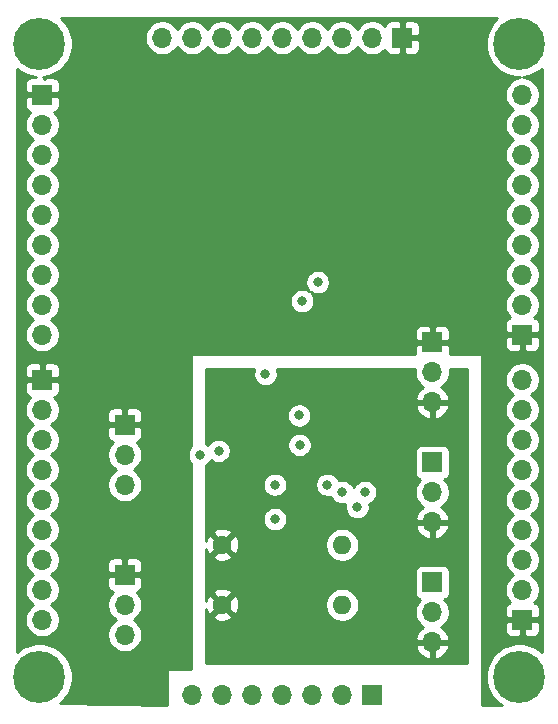
<source format=gbr>
%TF.GenerationSoftware,KiCad,Pcbnew,5.1.10*%
%TF.CreationDate,2021-09-02T21:39:33+02:00*%
%TF.ProjectId,pca9505-breakout.noqfn,70636139-3530-4352-9d62-7265616b6f75,rev?*%
%TF.SameCoordinates,Original*%
%TF.FileFunction,Copper,L3,Inr*%
%TF.FilePolarity,Positive*%
%FSLAX46Y46*%
G04 Gerber Fmt 4.6, Leading zero omitted, Abs format (unit mm)*
G04 Created by KiCad (PCBNEW 5.1.10) date 2021-09-02 21:39:33*
%MOMM*%
%LPD*%
G01*
G04 APERTURE LIST*
%TA.AperFunction,ComponentPad*%
%ADD10O,1.700000X1.700000*%
%TD*%
%TA.AperFunction,ComponentPad*%
%ADD11R,1.700000X1.700000*%
%TD*%
%TA.AperFunction,ComponentPad*%
%ADD12C,4.400000*%
%TD*%
%TA.AperFunction,ComponentPad*%
%ADD13C,0.700000*%
%TD*%
%TA.AperFunction,ComponentPad*%
%ADD14O,1.600000X1.600000*%
%TD*%
%TA.AperFunction,ComponentPad*%
%ADD15C,1.600000*%
%TD*%
%TA.AperFunction,ViaPad*%
%ADD16C,0.800000*%
%TD*%
%TA.AperFunction,Conductor*%
%ADD17C,0.254000*%
%TD*%
%TA.AperFunction,Conductor*%
%ADD18C,0.100000*%
%TD*%
G04 APERTURE END LIST*
D10*
%TO.N,/IO3_7*%
%TO.C,J5*%
X195580000Y-68580000D03*
%TO.N,/IO3_6*%
X195580000Y-71120000D03*
%TO.N,/IO3_5*%
X195580000Y-73660000D03*
%TO.N,/IO3_4*%
X195580000Y-76200000D03*
%TO.N,/IO3_3*%
X195580000Y-78740000D03*
%TO.N,/IO3_2*%
X195580000Y-81280000D03*
%TO.N,/IO3_1*%
X195580000Y-83820000D03*
%TO.N,/IO3_0*%
X195580000Y-86360000D03*
D11*
%TO.N,GND*%
X195580000Y-88900000D03*
%TD*%
D10*
%TO.N,/IO2_7*%
%TO.C,J4*%
X195580000Y-92710000D03*
%TO.N,/IO2_6*%
X195580000Y-95250000D03*
%TO.N,/IO2_5*%
X195580000Y-97790000D03*
%TO.N,/IO2_4*%
X195580000Y-100330000D03*
%TO.N,/IO2_3*%
X195580000Y-102870000D03*
%TO.N,/IO2_2*%
X195580000Y-105410000D03*
%TO.N,/IO2_1*%
X195580000Y-107950000D03*
%TO.N,/IO2_0*%
X195580000Y-110490000D03*
D11*
%TO.N,GND*%
X195580000Y-113030000D03*
%TD*%
D10*
%TO.N,/IO4_7*%
%TO.C,J6*%
X165100000Y-63754000D03*
%TO.N,/IO4_6*%
X167640000Y-63754000D03*
%TO.N,/IO4_5*%
X170180000Y-63754000D03*
%TO.N,/IO4_4*%
X172720000Y-63754000D03*
%TO.N,/IO4_3*%
X175260000Y-63754000D03*
%TO.N,/IO4_2*%
X177800000Y-63754000D03*
%TO.N,/IO4_1*%
X180340000Y-63754000D03*
%TO.N,/IO4_0*%
X182880000Y-63754000D03*
D11*
%TO.N,GND*%
X185420000Y-63754000D03*
%TD*%
D10*
%TO.N,/IO1_7*%
%TO.C,J3*%
X154940000Y-113030000D03*
%TO.N,/IO1_6*%
X154940000Y-110490000D03*
%TO.N,/IO1_5*%
X154940000Y-107950000D03*
%TO.N,/IO1_4*%
X154940000Y-105410000D03*
%TO.N,/IO1_3*%
X154940000Y-102870000D03*
%TO.N,/IO1_2*%
X154940000Y-100330000D03*
%TO.N,/IO1_1*%
X154940000Y-97790000D03*
%TO.N,/IO1_0*%
X154940000Y-95250000D03*
D11*
%TO.N,GND*%
X154940000Y-92710000D03*
%TD*%
D10*
%TO.N,/IO0_7*%
%TO.C,J2*%
X154940000Y-88900000D03*
%TO.N,/IO0_6*%
X154940000Y-86360000D03*
%TO.N,/IO0_5*%
X154940000Y-83820000D03*
%TO.N,/IO0_4*%
X154940000Y-81280000D03*
%TO.N,/IO0_3*%
X154940000Y-78740000D03*
%TO.N,/IO0_2*%
X154940000Y-76200000D03*
%TO.N,/IO0_1*%
X154940000Y-73660000D03*
%TO.N,/IO0_0*%
X154940000Y-71120000D03*
D11*
%TO.N,GND*%
X154940000Y-68580000D03*
%TD*%
D12*
%TO.N,N/C*%
%TO.C,H3*%
X195326000Y-64262000D03*
D13*
X196976000Y-64262000D03*
X196492726Y-65428726D03*
X195326000Y-65912000D03*
X194159274Y-65428726D03*
X193676000Y-64262000D03*
X194159274Y-63095274D03*
X195326000Y-62612000D03*
X196492726Y-63095274D03*
%TD*%
D12*
%TO.N,N/C*%
%TO.C,H4*%
X195326000Y-117856000D03*
D13*
X196976000Y-117856000D03*
X196492726Y-119022726D03*
X195326000Y-119506000D03*
X194159274Y-119022726D03*
X193676000Y-117856000D03*
X194159274Y-116689274D03*
X195326000Y-116206000D03*
X196492726Y-116689274D03*
%TD*%
D12*
%TO.N,N/C*%
%TO.C,H1*%
X154686000Y-64262000D03*
D13*
X156336000Y-64262000D03*
X155852726Y-65428726D03*
X154686000Y-65912000D03*
X153519274Y-65428726D03*
X153036000Y-64262000D03*
X153519274Y-63095274D03*
X154686000Y-62612000D03*
X155852726Y-63095274D03*
%TD*%
D12*
%TO.N,N/C*%
%TO.C,H2*%
X154686000Y-117856000D03*
D13*
X156336000Y-117856000D03*
X155852726Y-119022726D03*
X154686000Y-119506000D03*
X153519274Y-119022726D03*
X153036000Y-117856000D03*
X153519274Y-116689274D03*
X154686000Y-116206000D03*
X155852726Y-116689274D03*
%TD*%
D14*
%TO.N,/SDA*%
%TO.C,R2 1k6*%
X180340000Y-106680000D03*
D15*
%TO.N,Vcc*%
X170180000Y-106680000D03*
%TD*%
D14*
%TO.N,/SCL*%
%TO.C,R1 1k6*%
X180340000Y-111760000D03*
D15*
%TO.N,Vcc*%
X170180000Y-111760000D03*
%TD*%
D10*
%TO.N,Vcc*%
%TO.C,JP5*%
X187960000Y-114935000D03*
%TO.N,/A2*%
X187960000Y-112395000D03*
D11*
%TO.N,GND*%
X187960000Y-109855000D03*
%TD*%
D10*
%TO.N,Vcc*%
%TO.C,JP4*%
X161925000Y-114300000D03*
%TO.N,/A1*%
X161925000Y-111760000D03*
D11*
%TO.N,GND*%
X161925000Y-109220000D03*
%TD*%
D10*
%TO.N,Vcc*%
%TO.C,JP3*%
X161925000Y-101600000D03*
%TO.N,/A0*%
X161925000Y-99060000D03*
D11*
%TO.N,GND*%
X161925000Y-96520000D03*
%TD*%
D10*
%TO.N,Vcc*%
%TO.C,JP2*%
X187960000Y-94615000D03*
%TO.N,/~RESET~*%
X187960000Y-92075000D03*
D11*
%TO.N,GND*%
X187960000Y-89535000D03*
%TD*%
D10*
%TO.N,Vcc*%
%TO.C,JP1*%
X187960000Y-104775000D03*
%TO.N,/~OE~*%
X187960000Y-102235000D03*
D11*
%TO.N,GND*%
X187960000Y-99695000D03*
%TD*%
D10*
%TO.N,/~INT~*%
%TO.C,J1*%
X167640000Y-119380000D03*
%TO.N,/~RESET~*%
X170180000Y-119380000D03*
%TO.N,/~OE~*%
X172720000Y-119380000D03*
%TO.N,/SCL*%
X175260000Y-119380000D03*
%TO.N,/SDA*%
X177800000Y-119380000D03*
%TO.N,Vcc*%
X180340000Y-119380000D03*
D11*
%TO.N,GND*%
X182880000Y-119380000D03*
%TD*%
D16*
%TO.N,/~INT~*%
X176949100Y-86055200D03*
%TO.N,/~RESET~*%
X178260000Y-84455000D03*
%TO.N,GND*%
X176725000Y-98230000D03*
X176685000Y-95730000D03*
X173835000Y-92230000D03*
X173795000Y-89730000D03*
X176530000Y-88900000D03*
X167043100Y-98348800D03*
X159029400Y-63411100D03*
X160528000Y-72136000D03*
X163537900Y-77355700D03*
X169672000Y-80772000D03*
X172720000Y-80772000D03*
X189992000Y-65024000D03*
X187960000Y-68326000D03*
X185928000Y-72136000D03*
X186283600Y-76593700D03*
X185928000Y-80772000D03*
X179324000Y-75184000D03*
X177571400Y-72478900D03*
X193040000Y-112268000D03*
X193116200Y-99529900D03*
X162217100Y-105867200D03*
X161391600Y-118706900D03*
%TO.N,Vcc*%
X176685000Y-92230000D03*
X173835000Y-95730000D03*
X184937400Y-113652300D03*
X179946300Y-114592100D03*
X170281600Y-114782600D03*
X170091100Y-109105700D03*
X169722800Y-102247700D03*
%TO.N,/IO2_3*%
X168275000Y-99060000D03*
X182245000Y-102235000D03*
%TO.N,/IO2_2*%
X181610000Y-103505000D03*
X174625000Y-104521000D03*
%TO.N,/IO2_1*%
X169875000Y-98730000D03*
X180340000Y-102235000D03*
%TO.N,/IO2_0*%
X174625000Y-101600000D03*
X179070000Y-101600000D03*
%TD*%
D17*
%TO.N,Vcc*%
X172839774Y-91928102D02*
X172800000Y-92128061D01*
X172800000Y-92331939D01*
X172839774Y-92531898D01*
X172917795Y-92720256D01*
X173031063Y-92889774D01*
X173175226Y-93033937D01*
X173344744Y-93147205D01*
X173533102Y-93225226D01*
X173733061Y-93265000D01*
X173936939Y-93265000D01*
X174136898Y-93225226D01*
X174325256Y-93147205D01*
X174494774Y-93033937D01*
X174638937Y-92889774D01*
X174752205Y-92720256D01*
X174830226Y-92531898D01*
X174870000Y-92331939D01*
X174870000Y-92128061D01*
X174830226Y-91928102D01*
X174785863Y-91821000D01*
X186496431Y-91821000D01*
X186475000Y-91928740D01*
X186475000Y-92221260D01*
X186532068Y-92508158D01*
X186644010Y-92778411D01*
X186806525Y-93021632D01*
X187013368Y-93228475D01*
X187195534Y-93350195D01*
X187078645Y-93419822D01*
X186862412Y-93614731D01*
X186688359Y-93848080D01*
X186563175Y-94110901D01*
X186518524Y-94258110D01*
X186639845Y-94488000D01*
X187833000Y-94488000D01*
X187833000Y-94468000D01*
X188087000Y-94468000D01*
X188087000Y-94488000D01*
X189280155Y-94488000D01*
X189401476Y-94258110D01*
X189356825Y-94110901D01*
X189231641Y-93848080D01*
X189057588Y-93614731D01*
X188841355Y-93419822D01*
X188724466Y-93350195D01*
X188906632Y-93228475D01*
X189113475Y-93021632D01*
X189275990Y-92778411D01*
X189387932Y-92508158D01*
X189445000Y-92221260D01*
X189445000Y-91928740D01*
X189423569Y-91821000D01*
X190881000Y-91821000D01*
X190881000Y-116713000D01*
X168783000Y-116713000D01*
X168783000Y-115291890D01*
X186518524Y-115291890D01*
X186563175Y-115439099D01*
X186688359Y-115701920D01*
X186862412Y-115935269D01*
X187078645Y-116130178D01*
X187328748Y-116279157D01*
X187603109Y-116376481D01*
X187833000Y-116255814D01*
X187833000Y-115062000D01*
X188087000Y-115062000D01*
X188087000Y-116255814D01*
X188316891Y-116376481D01*
X188591252Y-116279157D01*
X188841355Y-116130178D01*
X189057588Y-115935269D01*
X189231641Y-115701920D01*
X189356825Y-115439099D01*
X189401476Y-115291890D01*
X189280155Y-115062000D01*
X188087000Y-115062000D01*
X187833000Y-115062000D01*
X186639845Y-115062000D01*
X186518524Y-115291890D01*
X168783000Y-115291890D01*
X168783000Y-112752702D01*
X169366903Y-112752702D01*
X169438486Y-112996671D01*
X169693996Y-113117571D01*
X169968184Y-113186300D01*
X170250512Y-113200217D01*
X170530130Y-113158787D01*
X170796292Y-113063603D01*
X170921514Y-112996671D01*
X170993097Y-112752702D01*
X170180000Y-111939605D01*
X169366903Y-112752702D01*
X168783000Y-112752702D01*
X168783000Y-112115127D01*
X168876397Y-112376292D01*
X168943329Y-112501514D01*
X169187298Y-112573097D01*
X170000395Y-111760000D01*
X170359605Y-111760000D01*
X171172702Y-112573097D01*
X171416671Y-112501514D01*
X171537571Y-112246004D01*
X171606300Y-111971816D01*
X171620217Y-111689488D01*
X171609724Y-111618665D01*
X178905000Y-111618665D01*
X178905000Y-111901335D01*
X178960147Y-112178574D01*
X179068320Y-112439727D01*
X179225363Y-112674759D01*
X179425241Y-112874637D01*
X179660273Y-113031680D01*
X179921426Y-113139853D01*
X180198665Y-113195000D01*
X180481335Y-113195000D01*
X180758574Y-113139853D01*
X181019727Y-113031680D01*
X181254759Y-112874637D01*
X181454637Y-112674759D01*
X181611680Y-112439727D01*
X181719853Y-112178574D01*
X181775000Y-111901335D01*
X181775000Y-111618665D01*
X181719853Y-111341426D01*
X181611680Y-111080273D01*
X181454637Y-110845241D01*
X181254759Y-110645363D01*
X181019727Y-110488320D01*
X180758574Y-110380147D01*
X180481335Y-110325000D01*
X180198665Y-110325000D01*
X179921426Y-110380147D01*
X179660273Y-110488320D01*
X179425241Y-110645363D01*
X179225363Y-110845241D01*
X179068320Y-111080273D01*
X178960147Y-111341426D01*
X178905000Y-111618665D01*
X171609724Y-111618665D01*
X171578787Y-111409870D01*
X171483603Y-111143708D01*
X171416671Y-111018486D01*
X171172702Y-110946903D01*
X170359605Y-111760000D01*
X170000395Y-111760000D01*
X169187298Y-110946903D01*
X168943329Y-111018486D01*
X168822429Y-111273996D01*
X168783000Y-111431294D01*
X168783000Y-110767298D01*
X169366903Y-110767298D01*
X170180000Y-111580395D01*
X170993097Y-110767298D01*
X170921514Y-110523329D01*
X170666004Y-110402429D01*
X170391816Y-110333700D01*
X170109488Y-110319783D01*
X169829870Y-110361213D01*
X169563708Y-110456397D01*
X169438486Y-110523329D01*
X169366903Y-110767298D01*
X168783000Y-110767298D01*
X168783000Y-109005000D01*
X186471928Y-109005000D01*
X186471928Y-110705000D01*
X186484188Y-110829482D01*
X186520498Y-110949180D01*
X186579463Y-111059494D01*
X186658815Y-111156185D01*
X186755506Y-111235537D01*
X186865820Y-111294502D01*
X186938380Y-111316513D01*
X186806525Y-111448368D01*
X186644010Y-111691589D01*
X186532068Y-111961842D01*
X186475000Y-112248740D01*
X186475000Y-112541260D01*
X186532068Y-112828158D01*
X186644010Y-113098411D01*
X186806525Y-113341632D01*
X187013368Y-113548475D01*
X187195534Y-113670195D01*
X187078645Y-113739822D01*
X186862412Y-113934731D01*
X186688359Y-114168080D01*
X186563175Y-114430901D01*
X186518524Y-114578110D01*
X186639845Y-114808000D01*
X187833000Y-114808000D01*
X187833000Y-114788000D01*
X188087000Y-114788000D01*
X188087000Y-114808000D01*
X189280155Y-114808000D01*
X189401476Y-114578110D01*
X189356825Y-114430901D01*
X189231641Y-114168080D01*
X189057588Y-113934731D01*
X188841355Y-113739822D01*
X188724466Y-113670195D01*
X188906632Y-113548475D01*
X189113475Y-113341632D01*
X189275990Y-113098411D01*
X189387932Y-112828158D01*
X189445000Y-112541260D01*
X189445000Y-112248740D01*
X189387932Y-111961842D01*
X189275990Y-111691589D01*
X189113475Y-111448368D01*
X188981620Y-111316513D01*
X189054180Y-111294502D01*
X189164494Y-111235537D01*
X189261185Y-111156185D01*
X189340537Y-111059494D01*
X189399502Y-110949180D01*
X189435812Y-110829482D01*
X189448072Y-110705000D01*
X189448072Y-109005000D01*
X189435812Y-108880518D01*
X189399502Y-108760820D01*
X189340537Y-108650506D01*
X189261185Y-108553815D01*
X189164494Y-108474463D01*
X189054180Y-108415498D01*
X188934482Y-108379188D01*
X188810000Y-108366928D01*
X187110000Y-108366928D01*
X186985518Y-108379188D01*
X186865820Y-108415498D01*
X186755506Y-108474463D01*
X186658815Y-108553815D01*
X186579463Y-108650506D01*
X186520498Y-108760820D01*
X186484188Y-108880518D01*
X186471928Y-109005000D01*
X168783000Y-109005000D01*
X168783000Y-107672702D01*
X169366903Y-107672702D01*
X169438486Y-107916671D01*
X169693996Y-108037571D01*
X169968184Y-108106300D01*
X170250512Y-108120217D01*
X170530130Y-108078787D01*
X170796292Y-107983603D01*
X170921514Y-107916671D01*
X170993097Y-107672702D01*
X170180000Y-106859605D01*
X169366903Y-107672702D01*
X168783000Y-107672702D01*
X168783000Y-107035127D01*
X168876397Y-107296292D01*
X168943329Y-107421514D01*
X169187298Y-107493097D01*
X170000395Y-106680000D01*
X170359605Y-106680000D01*
X171172702Y-107493097D01*
X171416671Y-107421514D01*
X171537571Y-107166004D01*
X171606300Y-106891816D01*
X171620217Y-106609488D01*
X171609724Y-106538665D01*
X178905000Y-106538665D01*
X178905000Y-106821335D01*
X178960147Y-107098574D01*
X179068320Y-107359727D01*
X179225363Y-107594759D01*
X179425241Y-107794637D01*
X179660273Y-107951680D01*
X179921426Y-108059853D01*
X180198665Y-108115000D01*
X180481335Y-108115000D01*
X180758574Y-108059853D01*
X181019727Y-107951680D01*
X181254759Y-107794637D01*
X181454637Y-107594759D01*
X181611680Y-107359727D01*
X181719853Y-107098574D01*
X181775000Y-106821335D01*
X181775000Y-106538665D01*
X181719853Y-106261426D01*
X181611680Y-106000273D01*
X181454637Y-105765241D01*
X181254759Y-105565363D01*
X181019727Y-105408320D01*
X180758574Y-105300147D01*
X180481335Y-105245000D01*
X180198665Y-105245000D01*
X179921426Y-105300147D01*
X179660273Y-105408320D01*
X179425241Y-105565363D01*
X179225363Y-105765241D01*
X179068320Y-106000273D01*
X178960147Y-106261426D01*
X178905000Y-106538665D01*
X171609724Y-106538665D01*
X171578787Y-106329870D01*
X171483603Y-106063708D01*
X171416671Y-105938486D01*
X171172702Y-105866903D01*
X170359605Y-106680000D01*
X170000395Y-106680000D01*
X169187298Y-105866903D01*
X168943329Y-105938486D01*
X168822429Y-106193996D01*
X168783000Y-106351294D01*
X168783000Y-105687298D01*
X169366903Y-105687298D01*
X170180000Y-106500395D01*
X170993097Y-105687298D01*
X170921514Y-105443329D01*
X170666004Y-105322429D01*
X170391816Y-105253700D01*
X170109488Y-105239783D01*
X169829870Y-105281213D01*
X169563708Y-105376397D01*
X169438486Y-105443329D01*
X169366903Y-105687298D01*
X168783000Y-105687298D01*
X168783000Y-104419061D01*
X173590000Y-104419061D01*
X173590000Y-104622939D01*
X173629774Y-104822898D01*
X173707795Y-105011256D01*
X173821063Y-105180774D01*
X173965226Y-105324937D01*
X174134744Y-105438205D01*
X174323102Y-105516226D01*
X174523061Y-105556000D01*
X174726939Y-105556000D01*
X174926898Y-105516226D01*
X175115256Y-105438205D01*
X175284774Y-105324937D01*
X175428937Y-105180774D01*
X175461600Y-105131890D01*
X186518524Y-105131890D01*
X186563175Y-105279099D01*
X186688359Y-105541920D01*
X186862412Y-105775269D01*
X187078645Y-105970178D01*
X187328748Y-106119157D01*
X187603109Y-106216481D01*
X187833000Y-106095814D01*
X187833000Y-104902000D01*
X188087000Y-104902000D01*
X188087000Y-106095814D01*
X188316891Y-106216481D01*
X188591252Y-106119157D01*
X188841355Y-105970178D01*
X189057588Y-105775269D01*
X189231641Y-105541920D01*
X189356825Y-105279099D01*
X189401476Y-105131890D01*
X189280155Y-104902000D01*
X188087000Y-104902000D01*
X187833000Y-104902000D01*
X186639845Y-104902000D01*
X186518524Y-105131890D01*
X175461600Y-105131890D01*
X175542205Y-105011256D01*
X175620226Y-104822898D01*
X175660000Y-104622939D01*
X175660000Y-104419061D01*
X175620226Y-104219102D01*
X175542205Y-104030744D01*
X175428937Y-103861226D01*
X175284774Y-103717063D01*
X175115256Y-103603795D01*
X174926898Y-103525774D01*
X174726939Y-103486000D01*
X174523061Y-103486000D01*
X174323102Y-103525774D01*
X174134744Y-103603795D01*
X173965226Y-103717063D01*
X173821063Y-103861226D01*
X173707795Y-104030744D01*
X173629774Y-104219102D01*
X173590000Y-104419061D01*
X168783000Y-104419061D01*
X168783000Y-101498061D01*
X173590000Y-101498061D01*
X173590000Y-101701939D01*
X173629774Y-101901898D01*
X173707795Y-102090256D01*
X173821063Y-102259774D01*
X173965226Y-102403937D01*
X174134744Y-102517205D01*
X174323102Y-102595226D01*
X174523061Y-102635000D01*
X174726939Y-102635000D01*
X174926898Y-102595226D01*
X175115256Y-102517205D01*
X175284774Y-102403937D01*
X175428937Y-102259774D01*
X175542205Y-102090256D01*
X175620226Y-101901898D01*
X175660000Y-101701939D01*
X175660000Y-101498061D01*
X178035000Y-101498061D01*
X178035000Y-101701939D01*
X178074774Y-101901898D01*
X178152795Y-102090256D01*
X178266063Y-102259774D01*
X178410226Y-102403937D01*
X178579744Y-102517205D01*
X178768102Y-102595226D01*
X178968061Y-102635000D01*
X179171939Y-102635000D01*
X179369160Y-102595771D01*
X179422795Y-102725256D01*
X179536063Y-102894774D01*
X179680226Y-103038937D01*
X179849744Y-103152205D01*
X180038102Y-103230226D01*
X180238061Y-103270000D01*
X180441939Y-103270000D01*
X180608039Y-103236961D01*
X180575000Y-103403061D01*
X180575000Y-103606939D01*
X180614774Y-103806898D01*
X180692795Y-103995256D01*
X180806063Y-104164774D01*
X180950226Y-104308937D01*
X181119744Y-104422205D01*
X181308102Y-104500226D01*
X181508061Y-104540000D01*
X181711939Y-104540000D01*
X181911898Y-104500226D01*
X182100256Y-104422205D01*
X182269774Y-104308937D01*
X182413937Y-104164774D01*
X182527205Y-103995256D01*
X182605226Y-103806898D01*
X182645000Y-103606939D01*
X182645000Y-103403061D01*
X182605771Y-103205840D01*
X182735256Y-103152205D01*
X182904774Y-103038937D01*
X183048937Y-102894774D01*
X183162205Y-102725256D01*
X183240226Y-102536898D01*
X183280000Y-102336939D01*
X183280000Y-102133061D01*
X183240226Y-101933102D01*
X183162205Y-101744744D01*
X183048937Y-101575226D01*
X182904774Y-101431063D01*
X182735256Y-101317795D01*
X182546898Y-101239774D01*
X182346939Y-101200000D01*
X182143061Y-101200000D01*
X181943102Y-101239774D01*
X181754744Y-101317795D01*
X181585226Y-101431063D01*
X181441063Y-101575226D01*
X181327795Y-101744744D01*
X181292500Y-101829953D01*
X181257205Y-101744744D01*
X181143937Y-101575226D01*
X180999774Y-101431063D01*
X180830256Y-101317795D01*
X180641898Y-101239774D01*
X180441939Y-101200000D01*
X180238061Y-101200000D01*
X180040840Y-101239229D01*
X179987205Y-101109744D01*
X179873937Y-100940226D01*
X179729774Y-100796063D01*
X179560256Y-100682795D01*
X179371898Y-100604774D01*
X179171939Y-100565000D01*
X178968061Y-100565000D01*
X178768102Y-100604774D01*
X178579744Y-100682795D01*
X178410226Y-100796063D01*
X178266063Y-100940226D01*
X178152795Y-101109744D01*
X178074774Y-101298102D01*
X178035000Y-101498061D01*
X175660000Y-101498061D01*
X175620226Y-101298102D01*
X175542205Y-101109744D01*
X175428937Y-100940226D01*
X175284774Y-100796063D01*
X175115256Y-100682795D01*
X174926898Y-100604774D01*
X174726939Y-100565000D01*
X174523061Y-100565000D01*
X174323102Y-100604774D01*
X174134744Y-100682795D01*
X173965226Y-100796063D01*
X173821063Y-100940226D01*
X173707795Y-101109744D01*
X173629774Y-101298102D01*
X173590000Y-101498061D01*
X168783000Y-101498061D01*
X168783000Y-99965349D01*
X168934774Y-99863937D01*
X169078937Y-99719774D01*
X169192205Y-99550256D01*
X169203727Y-99522438D01*
X169215226Y-99533937D01*
X169384744Y-99647205D01*
X169573102Y-99725226D01*
X169773061Y-99765000D01*
X169976939Y-99765000D01*
X170176898Y-99725226D01*
X170365256Y-99647205D01*
X170534774Y-99533937D01*
X170678937Y-99389774D01*
X170792205Y-99220256D01*
X170870226Y-99031898D01*
X170910000Y-98831939D01*
X170910000Y-98628061D01*
X170870226Y-98428102D01*
X170792205Y-98239744D01*
X170717582Y-98128061D01*
X175690000Y-98128061D01*
X175690000Y-98331939D01*
X175729774Y-98531898D01*
X175807795Y-98720256D01*
X175921063Y-98889774D01*
X176065226Y-99033937D01*
X176234744Y-99147205D01*
X176423102Y-99225226D01*
X176623061Y-99265000D01*
X176826939Y-99265000D01*
X177026898Y-99225226D01*
X177215256Y-99147205D01*
X177384774Y-99033937D01*
X177528937Y-98889774D01*
X177558853Y-98845000D01*
X186471928Y-98845000D01*
X186471928Y-100545000D01*
X186484188Y-100669482D01*
X186520498Y-100789180D01*
X186579463Y-100899494D01*
X186658815Y-100996185D01*
X186755506Y-101075537D01*
X186865820Y-101134502D01*
X186938380Y-101156513D01*
X186806525Y-101288368D01*
X186644010Y-101531589D01*
X186532068Y-101801842D01*
X186475000Y-102088740D01*
X186475000Y-102381260D01*
X186532068Y-102668158D01*
X186644010Y-102938411D01*
X186806525Y-103181632D01*
X187013368Y-103388475D01*
X187195534Y-103510195D01*
X187078645Y-103579822D01*
X186862412Y-103774731D01*
X186688359Y-104008080D01*
X186563175Y-104270901D01*
X186518524Y-104418110D01*
X186639845Y-104648000D01*
X187833000Y-104648000D01*
X187833000Y-104628000D01*
X188087000Y-104628000D01*
X188087000Y-104648000D01*
X189280155Y-104648000D01*
X189401476Y-104418110D01*
X189356825Y-104270901D01*
X189231641Y-104008080D01*
X189057588Y-103774731D01*
X188841355Y-103579822D01*
X188724466Y-103510195D01*
X188906632Y-103388475D01*
X189113475Y-103181632D01*
X189275990Y-102938411D01*
X189387932Y-102668158D01*
X189445000Y-102381260D01*
X189445000Y-102088740D01*
X189387932Y-101801842D01*
X189275990Y-101531589D01*
X189113475Y-101288368D01*
X188981620Y-101156513D01*
X189054180Y-101134502D01*
X189164494Y-101075537D01*
X189261185Y-100996185D01*
X189340537Y-100899494D01*
X189399502Y-100789180D01*
X189435812Y-100669482D01*
X189448072Y-100545000D01*
X189448072Y-98845000D01*
X189435812Y-98720518D01*
X189399502Y-98600820D01*
X189340537Y-98490506D01*
X189261185Y-98393815D01*
X189164494Y-98314463D01*
X189054180Y-98255498D01*
X188934482Y-98219188D01*
X188810000Y-98206928D01*
X187110000Y-98206928D01*
X186985518Y-98219188D01*
X186865820Y-98255498D01*
X186755506Y-98314463D01*
X186658815Y-98393815D01*
X186579463Y-98490506D01*
X186520498Y-98600820D01*
X186484188Y-98720518D01*
X186471928Y-98845000D01*
X177558853Y-98845000D01*
X177642205Y-98720256D01*
X177720226Y-98531898D01*
X177760000Y-98331939D01*
X177760000Y-98128061D01*
X177720226Y-97928102D01*
X177642205Y-97739744D01*
X177528937Y-97570226D01*
X177384774Y-97426063D01*
X177215256Y-97312795D01*
X177026898Y-97234774D01*
X176826939Y-97195000D01*
X176623061Y-97195000D01*
X176423102Y-97234774D01*
X176234744Y-97312795D01*
X176065226Y-97426063D01*
X175921063Y-97570226D01*
X175807795Y-97739744D01*
X175729774Y-97928102D01*
X175690000Y-98128061D01*
X170717582Y-98128061D01*
X170678937Y-98070226D01*
X170534774Y-97926063D01*
X170365256Y-97812795D01*
X170176898Y-97734774D01*
X169976939Y-97695000D01*
X169773061Y-97695000D01*
X169573102Y-97734774D01*
X169384744Y-97812795D01*
X169215226Y-97926063D01*
X169071063Y-98070226D01*
X168957795Y-98239744D01*
X168946273Y-98267562D01*
X168934774Y-98256063D01*
X168783000Y-98154651D01*
X168783000Y-95628061D01*
X175650000Y-95628061D01*
X175650000Y-95831939D01*
X175689774Y-96031898D01*
X175767795Y-96220256D01*
X175881063Y-96389774D01*
X176025226Y-96533937D01*
X176194744Y-96647205D01*
X176383102Y-96725226D01*
X176583061Y-96765000D01*
X176786939Y-96765000D01*
X176986898Y-96725226D01*
X177175256Y-96647205D01*
X177344774Y-96533937D01*
X177488937Y-96389774D01*
X177602205Y-96220256D01*
X177680226Y-96031898D01*
X177720000Y-95831939D01*
X177720000Y-95628061D01*
X177680226Y-95428102D01*
X177602205Y-95239744D01*
X177488937Y-95070226D01*
X177390601Y-94971890D01*
X186518524Y-94971890D01*
X186563175Y-95119099D01*
X186688359Y-95381920D01*
X186862412Y-95615269D01*
X187078645Y-95810178D01*
X187328748Y-95959157D01*
X187603109Y-96056481D01*
X187833000Y-95935814D01*
X187833000Y-94742000D01*
X188087000Y-94742000D01*
X188087000Y-95935814D01*
X188316891Y-96056481D01*
X188591252Y-95959157D01*
X188841355Y-95810178D01*
X189057588Y-95615269D01*
X189231641Y-95381920D01*
X189356825Y-95119099D01*
X189401476Y-94971890D01*
X189280155Y-94742000D01*
X188087000Y-94742000D01*
X187833000Y-94742000D01*
X186639845Y-94742000D01*
X186518524Y-94971890D01*
X177390601Y-94971890D01*
X177344774Y-94926063D01*
X177175256Y-94812795D01*
X176986898Y-94734774D01*
X176786939Y-94695000D01*
X176583061Y-94695000D01*
X176383102Y-94734774D01*
X176194744Y-94812795D01*
X176025226Y-94926063D01*
X175881063Y-95070226D01*
X175767795Y-95239744D01*
X175689774Y-95428102D01*
X175650000Y-95628061D01*
X168783000Y-95628061D01*
X168783000Y-91821000D01*
X172884137Y-91821000D01*
X172839774Y-91928102D01*
%TA.AperFunction,Conductor*%
D18*
G36*
X172839774Y-91928102D02*
G01*
X172800000Y-92128061D01*
X172800000Y-92331939D01*
X172839774Y-92531898D01*
X172917795Y-92720256D01*
X173031063Y-92889774D01*
X173175226Y-93033937D01*
X173344744Y-93147205D01*
X173533102Y-93225226D01*
X173733061Y-93265000D01*
X173936939Y-93265000D01*
X174136898Y-93225226D01*
X174325256Y-93147205D01*
X174494774Y-93033937D01*
X174638937Y-92889774D01*
X174752205Y-92720256D01*
X174830226Y-92531898D01*
X174870000Y-92331939D01*
X174870000Y-92128061D01*
X174830226Y-91928102D01*
X174785863Y-91821000D01*
X186496431Y-91821000D01*
X186475000Y-91928740D01*
X186475000Y-92221260D01*
X186532068Y-92508158D01*
X186644010Y-92778411D01*
X186806525Y-93021632D01*
X187013368Y-93228475D01*
X187195534Y-93350195D01*
X187078645Y-93419822D01*
X186862412Y-93614731D01*
X186688359Y-93848080D01*
X186563175Y-94110901D01*
X186518524Y-94258110D01*
X186639845Y-94488000D01*
X187833000Y-94488000D01*
X187833000Y-94468000D01*
X188087000Y-94468000D01*
X188087000Y-94488000D01*
X189280155Y-94488000D01*
X189401476Y-94258110D01*
X189356825Y-94110901D01*
X189231641Y-93848080D01*
X189057588Y-93614731D01*
X188841355Y-93419822D01*
X188724466Y-93350195D01*
X188906632Y-93228475D01*
X189113475Y-93021632D01*
X189275990Y-92778411D01*
X189387932Y-92508158D01*
X189445000Y-92221260D01*
X189445000Y-91928740D01*
X189423569Y-91821000D01*
X190881000Y-91821000D01*
X190881000Y-116713000D01*
X168783000Y-116713000D01*
X168783000Y-115291890D01*
X186518524Y-115291890D01*
X186563175Y-115439099D01*
X186688359Y-115701920D01*
X186862412Y-115935269D01*
X187078645Y-116130178D01*
X187328748Y-116279157D01*
X187603109Y-116376481D01*
X187833000Y-116255814D01*
X187833000Y-115062000D01*
X188087000Y-115062000D01*
X188087000Y-116255814D01*
X188316891Y-116376481D01*
X188591252Y-116279157D01*
X188841355Y-116130178D01*
X189057588Y-115935269D01*
X189231641Y-115701920D01*
X189356825Y-115439099D01*
X189401476Y-115291890D01*
X189280155Y-115062000D01*
X188087000Y-115062000D01*
X187833000Y-115062000D01*
X186639845Y-115062000D01*
X186518524Y-115291890D01*
X168783000Y-115291890D01*
X168783000Y-112752702D01*
X169366903Y-112752702D01*
X169438486Y-112996671D01*
X169693996Y-113117571D01*
X169968184Y-113186300D01*
X170250512Y-113200217D01*
X170530130Y-113158787D01*
X170796292Y-113063603D01*
X170921514Y-112996671D01*
X170993097Y-112752702D01*
X170180000Y-111939605D01*
X169366903Y-112752702D01*
X168783000Y-112752702D01*
X168783000Y-112115127D01*
X168876397Y-112376292D01*
X168943329Y-112501514D01*
X169187298Y-112573097D01*
X170000395Y-111760000D01*
X170359605Y-111760000D01*
X171172702Y-112573097D01*
X171416671Y-112501514D01*
X171537571Y-112246004D01*
X171606300Y-111971816D01*
X171620217Y-111689488D01*
X171609724Y-111618665D01*
X178905000Y-111618665D01*
X178905000Y-111901335D01*
X178960147Y-112178574D01*
X179068320Y-112439727D01*
X179225363Y-112674759D01*
X179425241Y-112874637D01*
X179660273Y-113031680D01*
X179921426Y-113139853D01*
X180198665Y-113195000D01*
X180481335Y-113195000D01*
X180758574Y-113139853D01*
X181019727Y-113031680D01*
X181254759Y-112874637D01*
X181454637Y-112674759D01*
X181611680Y-112439727D01*
X181719853Y-112178574D01*
X181775000Y-111901335D01*
X181775000Y-111618665D01*
X181719853Y-111341426D01*
X181611680Y-111080273D01*
X181454637Y-110845241D01*
X181254759Y-110645363D01*
X181019727Y-110488320D01*
X180758574Y-110380147D01*
X180481335Y-110325000D01*
X180198665Y-110325000D01*
X179921426Y-110380147D01*
X179660273Y-110488320D01*
X179425241Y-110645363D01*
X179225363Y-110845241D01*
X179068320Y-111080273D01*
X178960147Y-111341426D01*
X178905000Y-111618665D01*
X171609724Y-111618665D01*
X171578787Y-111409870D01*
X171483603Y-111143708D01*
X171416671Y-111018486D01*
X171172702Y-110946903D01*
X170359605Y-111760000D01*
X170000395Y-111760000D01*
X169187298Y-110946903D01*
X168943329Y-111018486D01*
X168822429Y-111273996D01*
X168783000Y-111431294D01*
X168783000Y-110767298D01*
X169366903Y-110767298D01*
X170180000Y-111580395D01*
X170993097Y-110767298D01*
X170921514Y-110523329D01*
X170666004Y-110402429D01*
X170391816Y-110333700D01*
X170109488Y-110319783D01*
X169829870Y-110361213D01*
X169563708Y-110456397D01*
X169438486Y-110523329D01*
X169366903Y-110767298D01*
X168783000Y-110767298D01*
X168783000Y-109005000D01*
X186471928Y-109005000D01*
X186471928Y-110705000D01*
X186484188Y-110829482D01*
X186520498Y-110949180D01*
X186579463Y-111059494D01*
X186658815Y-111156185D01*
X186755506Y-111235537D01*
X186865820Y-111294502D01*
X186938380Y-111316513D01*
X186806525Y-111448368D01*
X186644010Y-111691589D01*
X186532068Y-111961842D01*
X186475000Y-112248740D01*
X186475000Y-112541260D01*
X186532068Y-112828158D01*
X186644010Y-113098411D01*
X186806525Y-113341632D01*
X187013368Y-113548475D01*
X187195534Y-113670195D01*
X187078645Y-113739822D01*
X186862412Y-113934731D01*
X186688359Y-114168080D01*
X186563175Y-114430901D01*
X186518524Y-114578110D01*
X186639845Y-114808000D01*
X187833000Y-114808000D01*
X187833000Y-114788000D01*
X188087000Y-114788000D01*
X188087000Y-114808000D01*
X189280155Y-114808000D01*
X189401476Y-114578110D01*
X189356825Y-114430901D01*
X189231641Y-114168080D01*
X189057588Y-113934731D01*
X188841355Y-113739822D01*
X188724466Y-113670195D01*
X188906632Y-113548475D01*
X189113475Y-113341632D01*
X189275990Y-113098411D01*
X189387932Y-112828158D01*
X189445000Y-112541260D01*
X189445000Y-112248740D01*
X189387932Y-111961842D01*
X189275990Y-111691589D01*
X189113475Y-111448368D01*
X188981620Y-111316513D01*
X189054180Y-111294502D01*
X189164494Y-111235537D01*
X189261185Y-111156185D01*
X189340537Y-111059494D01*
X189399502Y-110949180D01*
X189435812Y-110829482D01*
X189448072Y-110705000D01*
X189448072Y-109005000D01*
X189435812Y-108880518D01*
X189399502Y-108760820D01*
X189340537Y-108650506D01*
X189261185Y-108553815D01*
X189164494Y-108474463D01*
X189054180Y-108415498D01*
X188934482Y-108379188D01*
X188810000Y-108366928D01*
X187110000Y-108366928D01*
X186985518Y-108379188D01*
X186865820Y-108415498D01*
X186755506Y-108474463D01*
X186658815Y-108553815D01*
X186579463Y-108650506D01*
X186520498Y-108760820D01*
X186484188Y-108880518D01*
X186471928Y-109005000D01*
X168783000Y-109005000D01*
X168783000Y-107672702D01*
X169366903Y-107672702D01*
X169438486Y-107916671D01*
X169693996Y-108037571D01*
X169968184Y-108106300D01*
X170250512Y-108120217D01*
X170530130Y-108078787D01*
X170796292Y-107983603D01*
X170921514Y-107916671D01*
X170993097Y-107672702D01*
X170180000Y-106859605D01*
X169366903Y-107672702D01*
X168783000Y-107672702D01*
X168783000Y-107035127D01*
X168876397Y-107296292D01*
X168943329Y-107421514D01*
X169187298Y-107493097D01*
X170000395Y-106680000D01*
X170359605Y-106680000D01*
X171172702Y-107493097D01*
X171416671Y-107421514D01*
X171537571Y-107166004D01*
X171606300Y-106891816D01*
X171620217Y-106609488D01*
X171609724Y-106538665D01*
X178905000Y-106538665D01*
X178905000Y-106821335D01*
X178960147Y-107098574D01*
X179068320Y-107359727D01*
X179225363Y-107594759D01*
X179425241Y-107794637D01*
X179660273Y-107951680D01*
X179921426Y-108059853D01*
X180198665Y-108115000D01*
X180481335Y-108115000D01*
X180758574Y-108059853D01*
X181019727Y-107951680D01*
X181254759Y-107794637D01*
X181454637Y-107594759D01*
X181611680Y-107359727D01*
X181719853Y-107098574D01*
X181775000Y-106821335D01*
X181775000Y-106538665D01*
X181719853Y-106261426D01*
X181611680Y-106000273D01*
X181454637Y-105765241D01*
X181254759Y-105565363D01*
X181019727Y-105408320D01*
X180758574Y-105300147D01*
X180481335Y-105245000D01*
X180198665Y-105245000D01*
X179921426Y-105300147D01*
X179660273Y-105408320D01*
X179425241Y-105565363D01*
X179225363Y-105765241D01*
X179068320Y-106000273D01*
X178960147Y-106261426D01*
X178905000Y-106538665D01*
X171609724Y-106538665D01*
X171578787Y-106329870D01*
X171483603Y-106063708D01*
X171416671Y-105938486D01*
X171172702Y-105866903D01*
X170359605Y-106680000D01*
X170000395Y-106680000D01*
X169187298Y-105866903D01*
X168943329Y-105938486D01*
X168822429Y-106193996D01*
X168783000Y-106351294D01*
X168783000Y-105687298D01*
X169366903Y-105687298D01*
X170180000Y-106500395D01*
X170993097Y-105687298D01*
X170921514Y-105443329D01*
X170666004Y-105322429D01*
X170391816Y-105253700D01*
X170109488Y-105239783D01*
X169829870Y-105281213D01*
X169563708Y-105376397D01*
X169438486Y-105443329D01*
X169366903Y-105687298D01*
X168783000Y-105687298D01*
X168783000Y-104419061D01*
X173590000Y-104419061D01*
X173590000Y-104622939D01*
X173629774Y-104822898D01*
X173707795Y-105011256D01*
X173821063Y-105180774D01*
X173965226Y-105324937D01*
X174134744Y-105438205D01*
X174323102Y-105516226D01*
X174523061Y-105556000D01*
X174726939Y-105556000D01*
X174926898Y-105516226D01*
X175115256Y-105438205D01*
X175284774Y-105324937D01*
X175428937Y-105180774D01*
X175461600Y-105131890D01*
X186518524Y-105131890D01*
X186563175Y-105279099D01*
X186688359Y-105541920D01*
X186862412Y-105775269D01*
X187078645Y-105970178D01*
X187328748Y-106119157D01*
X187603109Y-106216481D01*
X187833000Y-106095814D01*
X187833000Y-104902000D01*
X188087000Y-104902000D01*
X188087000Y-106095814D01*
X188316891Y-106216481D01*
X188591252Y-106119157D01*
X188841355Y-105970178D01*
X189057588Y-105775269D01*
X189231641Y-105541920D01*
X189356825Y-105279099D01*
X189401476Y-105131890D01*
X189280155Y-104902000D01*
X188087000Y-104902000D01*
X187833000Y-104902000D01*
X186639845Y-104902000D01*
X186518524Y-105131890D01*
X175461600Y-105131890D01*
X175542205Y-105011256D01*
X175620226Y-104822898D01*
X175660000Y-104622939D01*
X175660000Y-104419061D01*
X175620226Y-104219102D01*
X175542205Y-104030744D01*
X175428937Y-103861226D01*
X175284774Y-103717063D01*
X175115256Y-103603795D01*
X174926898Y-103525774D01*
X174726939Y-103486000D01*
X174523061Y-103486000D01*
X174323102Y-103525774D01*
X174134744Y-103603795D01*
X173965226Y-103717063D01*
X173821063Y-103861226D01*
X173707795Y-104030744D01*
X173629774Y-104219102D01*
X173590000Y-104419061D01*
X168783000Y-104419061D01*
X168783000Y-101498061D01*
X173590000Y-101498061D01*
X173590000Y-101701939D01*
X173629774Y-101901898D01*
X173707795Y-102090256D01*
X173821063Y-102259774D01*
X173965226Y-102403937D01*
X174134744Y-102517205D01*
X174323102Y-102595226D01*
X174523061Y-102635000D01*
X174726939Y-102635000D01*
X174926898Y-102595226D01*
X175115256Y-102517205D01*
X175284774Y-102403937D01*
X175428937Y-102259774D01*
X175542205Y-102090256D01*
X175620226Y-101901898D01*
X175660000Y-101701939D01*
X175660000Y-101498061D01*
X178035000Y-101498061D01*
X178035000Y-101701939D01*
X178074774Y-101901898D01*
X178152795Y-102090256D01*
X178266063Y-102259774D01*
X178410226Y-102403937D01*
X178579744Y-102517205D01*
X178768102Y-102595226D01*
X178968061Y-102635000D01*
X179171939Y-102635000D01*
X179369160Y-102595771D01*
X179422795Y-102725256D01*
X179536063Y-102894774D01*
X179680226Y-103038937D01*
X179849744Y-103152205D01*
X180038102Y-103230226D01*
X180238061Y-103270000D01*
X180441939Y-103270000D01*
X180608039Y-103236961D01*
X180575000Y-103403061D01*
X180575000Y-103606939D01*
X180614774Y-103806898D01*
X180692795Y-103995256D01*
X180806063Y-104164774D01*
X180950226Y-104308937D01*
X181119744Y-104422205D01*
X181308102Y-104500226D01*
X181508061Y-104540000D01*
X181711939Y-104540000D01*
X181911898Y-104500226D01*
X182100256Y-104422205D01*
X182269774Y-104308937D01*
X182413937Y-104164774D01*
X182527205Y-103995256D01*
X182605226Y-103806898D01*
X182645000Y-103606939D01*
X182645000Y-103403061D01*
X182605771Y-103205840D01*
X182735256Y-103152205D01*
X182904774Y-103038937D01*
X183048937Y-102894774D01*
X183162205Y-102725256D01*
X183240226Y-102536898D01*
X183280000Y-102336939D01*
X183280000Y-102133061D01*
X183240226Y-101933102D01*
X183162205Y-101744744D01*
X183048937Y-101575226D01*
X182904774Y-101431063D01*
X182735256Y-101317795D01*
X182546898Y-101239774D01*
X182346939Y-101200000D01*
X182143061Y-101200000D01*
X181943102Y-101239774D01*
X181754744Y-101317795D01*
X181585226Y-101431063D01*
X181441063Y-101575226D01*
X181327795Y-101744744D01*
X181292500Y-101829953D01*
X181257205Y-101744744D01*
X181143937Y-101575226D01*
X180999774Y-101431063D01*
X180830256Y-101317795D01*
X180641898Y-101239774D01*
X180441939Y-101200000D01*
X180238061Y-101200000D01*
X180040840Y-101239229D01*
X179987205Y-101109744D01*
X179873937Y-100940226D01*
X179729774Y-100796063D01*
X179560256Y-100682795D01*
X179371898Y-100604774D01*
X179171939Y-100565000D01*
X178968061Y-100565000D01*
X178768102Y-100604774D01*
X178579744Y-100682795D01*
X178410226Y-100796063D01*
X178266063Y-100940226D01*
X178152795Y-101109744D01*
X178074774Y-101298102D01*
X178035000Y-101498061D01*
X175660000Y-101498061D01*
X175620226Y-101298102D01*
X175542205Y-101109744D01*
X175428937Y-100940226D01*
X175284774Y-100796063D01*
X175115256Y-100682795D01*
X174926898Y-100604774D01*
X174726939Y-100565000D01*
X174523061Y-100565000D01*
X174323102Y-100604774D01*
X174134744Y-100682795D01*
X173965226Y-100796063D01*
X173821063Y-100940226D01*
X173707795Y-101109744D01*
X173629774Y-101298102D01*
X173590000Y-101498061D01*
X168783000Y-101498061D01*
X168783000Y-99965349D01*
X168934774Y-99863937D01*
X169078937Y-99719774D01*
X169192205Y-99550256D01*
X169203727Y-99522438D01*
X169215226Y-99533937D01*
X169384744Y-99647205D01*
X169573102Y-99725226D01*
X169773061Y-99765000D01*
X169976939Y-99765000D01*
X170176898Y-99725226D01*
X170365256Y-99647205D01*
X170534774Y-99533937D01*
X170678937Y-99389774D01*
X170792205Y-99220256D01*
X170870226Y-99031898D01*
X170910000Y-98831939D01*
X170910000Y-98628061D01*
X170870226Y-98428102D01*
X170792205Y-98239744D01*
X170717582Y-98128061D01*
X175690000Y-98128061D01*
X175690000Y-98331939D01*
X175729774Y-98531898D01*
X175807795Y-98720256D01*
X175921063Y-98889774D01*
X176065226Y-99033937D01*
X176234744Y-99147205D01*
X176423102Y-99225226D01*
X176623061Y-99265000D01*
X176826939Y-99265000D01*
X177026898Y-99225226D01*
X177215256Y-99147205D01*
X177384774Y-99033937D01*
X177528937Y-98889774D01*
X177558853Y-98845000D01*
X186471928Y-98845000D01*
X186471928Y-100545000D01*
X186484188Y-100669482D01*
X186520498Y-100789180D01*
X186579463Y-100899494D01*
X186658815Y-100996185D01*
X186755506Y-101075537D01*
X186865820Y-101134502D01*
X186938380Y-101156513D01*
X186806525Y-101288368D01*
X186644010Y-101531589D01*
X186532068Y-101801842D01*
X186475000Y-102088740D01*
X186475000Y-102381260D01*
X186532068Y-102668158D01*
X186644010Y-102938411D01*
X186806525Y-103181632D01*
X187013368Y-103388475D01*
X187195534Y-103510195D01*
X187078645Y-103579822D01*
X186862412Y-103774731D01*
X186688359Y-104008080D01*
X186563175Y-104270901D01*
X186518524Y-104418110D01*
X186639845Y-104648000D01*
X187833000Y-104648000D01*
X187833000Y-104628000D01*
X188087000Y-104628000D01*
X188087000Y-104648000D01*
X189280155Y-104648000D01*
X189401476Y-104418110D01*
X189356825Y-104270901D01*
X189231641Y-104008080D01*
X189057588Y-103774731D01*
X188841355Y-103579822D01*
X188724466Y-103510195D01*
X188906632Y-103388475D01*
X189113475Y-103181632D01*
X189275990Y-102938411D01*
X189387932Y-102668158D01*
X189445000Y-102381260D01*
X189445000Y-102088740D01*
X189387932Y-101801842D01*
X189275990Y-101531589D01*
X189113475Y-101288368D01*
X188981620Y-101156513D01*
X189054180Y-101134502D01*
X189164494Y-101075537D01*
X189261185Y-100996185D01*
X189340537Y-100899494D01*
X189399502Y-100789180D01*
X189435812Y-100669482D01*
X189448072Y-100545000D01*
X189448072Y-98845000D01*
X189435812Y-98720518D01*
X189399502Y-98600820D01*
X189340537Y-98490506D01*
X189261185Y-98393815D01*
X189164494Y-98314463D01*
X189054180Y-98255498D01*
X188934482Y-98219188D01*
X188810000Y-98206928D01*
X187110000Y-98206928D01*
X186985518Y-98219188D01*
X186865820Y-98255498D01*
X186755506Y-98314463D01*
X186658815Y-98393815D01*
X186579463Y-98490506D01*
X186520498Y-98600820D01*
X186484188Y-98720518D01*
X186471928Y-98845000D01*
X177558853Y-98845000D01*
X177642205Y-98720256D01*
X177720226Y-98531898D01*
X177760000Y-98331939D01*
X177760000Y-98128061D01*
X177720226Y-97928102D01*
X177642205Y-97739744D01*
X177528937Y-97570226D01*
X177384774Y-97426063D01*
X177215256Y-97312795D01*
X177026898Y-97234774D01*
X176826939Y-97195000D01*
X176623061Y-97195000D01*
X176423102Y-97234774D01*
X176234744Y-97312795D01*
X176065226Y-97426063D01*
X175921063Y-97570226D01*
X175807795Y-97739744D01*
X175729774Y-97928102D01*
X175690000Y-98128061D01*
X170717582Y-98128061D01*
X170678937Y-98070226D01*
X170534774Y-97926063D01*
X170365256Y-97812795D01*
X170176898Y-97734774D01*
X169976939Y-97695000D01*
X169773061Y-97695000D01*
X169573102Y-97734774D01*
X169384744Y-97812795D01*
X169215226Y-97926063D01*
X169071063Y-98070226D01*
X168957795Y-98239744D01*
X168946273Y-98267562D01*
X168934774Y-98256063D01*
X168783000Y-98154651D01*
X168783000Y-95628061D01*
X175650000Y-95628061D01*
X175650000Y-95831939D01*
X175689774Y-96031898D01*
X175767795Y-96220256D01*
X175881063Y-96389774D01*
X176025226Y-96533937D01*
X176194744Y-96647205D01*
X176383102Y-96725226D01*
X176583061Y-96765000D01*
X176786939Y-96765000D01*
X176986898Y-96725226D01*
X177175256Y-96647205D01*
X177344774Y-96533937D01*
X177488937Y-96389774D01*
X177602205Y-96220256D01*
X177680226Y-96031898D01*
X177720000Y-95831939D01*
X177720000Y-95628061D01*
X177680226Y-95428102D01*
X177602205Y-95239744D01*
X177488937Y-95070226D01*
X177390601Y-94971890D01*
X186518524Y-94971890D01*
X186563175Y-95119099D01*
X186688359Y-95381920D01*
X186862412Y-95615269D01*
X187078645Y-95810178D01*
X187328748Y-95959157D01*
X187603109Y-96056481D01*
X187833000Y-95935814D01*
X187833000Y-94742000D01*
X188087000Y-94742000D01*
X188087000Y-95935814D01*
X188316891Y-96056481D01*
X188591252Y-95959157D01*
X188841355Y-95810178D01*
X189057588Y-95615269D01*
X189231641Y-95381920D01*
X189356825Y-95119099D01*
X189401476Y-94971890D01*
X189280155Y-94742000D01*
X188087000Y-94742000D01*
X187833000Y-94742000D01*
X186639845Y-94742000D01*
X186518524Y-94971890D01*
X177390601Y-94971890D01*
X177344774Y-94926063D01*
X177175256Y-94812795D01*
X176986898Y-94734774D01*
X176786939Y-94695000D01*
X176583061Y-94695000D01*
X176383102Y-94734774D01*
X176194744Y-94812795D01*
X176025226Y-94926063D01*
X175881063Y-95070226D01*
X175767795Y-95239744D01*
X175689774Y-95428102D01*
X175650000Y-95628061D01*
X168783000Y-95628061D01*
X168783000Y-91821000D01*
X172884137Y-91821000D01*
X172839774Y-91928102D01*
G37*
%TD.AperFunction*%
%TD*%
D17*
%TO.N,GND*%
X193123912Y-62454793D02*
X192813656Y-62919124D01*
X192599948Y-63435061D01*
X192491000Y-63982777D01*
X192491000Y-64541223D01*
X192599948Y-65088939D01*
X192813656Y-65604876D01*
X193123912Y-66069207D01*
X193518793Y-66464088D01*
X193983124Y-66774344D01*
X194499061Y-66988052D01*
X195046777Y-67097000D01*
X195423685Y-67097000D01*
X195146842Y-67152068D01*
X194876589Y-67264010D01*
X194633368Y-67426525D01*
X194426525Y-67633368D01*
X194264010Y-67876589D01*
X194152068Y-68146842D01*
X194095000Y-68433740D01*
X194095000Y-68726260D01*
X194152068Y-69013158D01*
X194264010Y-69283411D01*
X194426525Y-69526632D01*
X194633368Y-69733475D01*
X194807760Y-69850000D01*
X194633368Y-69966525D01*
X194426525Y-70173368D01*
X194264010Y-70416589D01*
X194152068Y-70686842D01*
X194095000Y-70973740D01*
X194095000Y-71266260D01*
X194152068Y-71553158D01*
X194264010Y-71823411D01*
X194426525Y-72066632D01*
X194633368Y-72273475D01*
X194807760Y-72390000D01*
X194633368Y-72506525D01*
X194426525Y-72713368D01*
X194264010Y-72956589D01*
X194152068Y-73226842D01*
X194095000Y-73513740D01*
X194095000Y-73806260D01*
X194152068Y-74093158D01*
X194264010Y-74363411D01*
X194426525Y-74606632D01*
X194633368Y-74813475D01*
X194807760Y-74930000D01*
X194633368Y-75046525D01*
X194426525Y-75253368D01*
X194264010Y-75496589D01*
X194152068Y-75766842D01*
X194095000Y-76053740D01*
X194095000Y-76346260D01*
X194152068Y-76633158D01*
X194264010Y-76903411D01*
X194426525Y-77146632D01*
X194633368Y-77353475D01*
X194807760Y-77470000D01*
X194633368Y-77586525D01*
X194426525Y-77793368D01*
X194264010Y-78036589D01*
X194152068Y-78306842D01*
X194095000Y-78593740D01*
X194095000Y-78886260D01*
X194152068Y-79173158D01*
X194264010Y-79443411D01*
X194426525Y-79686632D01*
X194633368Y-79893475D01*
X194807760Y-80010000D01*
X194633368Y-80126525D01*
X194426525Y-80333368D01*
X194264010Y-80576589D01*
X194152068Y-80846842D01*
X194095000Y-81133740D01*
X194095000Y-81426260D01*
X194152068Y-81713158D01*
X194264010Y-81983411D01*
X194426525Y-82226632D01*
X194633368Y-82433475D01*
X194807760Y-82550000D01*
X194633368Y-82666525D01*
X194426525Y-82873368D01*
X194264010Y-83116589D01*
X194152068Y-83386842D01*
X194095000Y-83673740D01*
X194095000Y-83966260D01*
X194152068Y-84253158D01*
X194264010Y-84523411D01*
X194426525Y-84766632D01*
X194633368Y-84973475D01*
X194807760Y-85090000D01*
X194633368Y-85206525D01*
X194426525Y-85413368D01*
X194264010Y-85656589D01*
X194152068Y-85926842D01*
X194095000Y-86213740D01*
X194095000Y-86506260D01*
X194152068Y-86793158D01*
X194264010Y-87063411D01*
X194426525Y-87306632D01*
X194558380Y-87438487D01*
X194485820Y-87460498D01*
X194375506Y-87519463D01*
X194278815Y-87598815D01*
X194199463Y-87695506D01*
X194140498Y-87805820D01*
X194104188Y-87925518D01*
X194091928Y-88050000D01*
X194095000Y-88614250D01*
X194253750Y-88773000D01*
X195453000Y-88773000D01*
X195453000Y-88753000D01*
X195707000Y-88753000D01*
X195707000Y-88773000D01*
X196906250Y-88773000D01*
X197065000Y-88614250D01*
X197068072Y-88050000D01*
X197055812Y-87925518D01*
X197019502Y-87805820D01*
X196960537Y-87695506D01*
X196881185Y-87598815D01*
X196784494Y-87519463D01*
X196674180Y-87460498D01*
X196601620Y-87438487D01*
X196733475Y-87306632D01*
X196895990Y-87063411D01*
X197007932Y-86793158D01*
X197065000Y-86506260D01*
X197065000Y-86213740D01*
X197007932Y-85926842D01*
X196895990Y-85656589D01*
X196733475Y-85413368D01*
X196526632Y-85206525D01*
X196352240Y-85090000D01*
X196526632Y-84973475D01*
X196733475Y-84766632D01*
X196895990Y-84523411D01*
X197007932Y-84253158D01*
X197065000Y-83966260D01*
X197065000Y-83673740D01*
X197007932Y-83386842D01*
X196895990Y-83116589D01*
X196733475Y-82873368D01*
X196526632Y-82666525D01*
X196352240Y-82550000D01*
X196526632Y-82433475D01*
X196733475Y-82226632D01*
X196895990Y-81983411D01*
X197007932Y-81713158D01*
X197065000Y-81426260D01*
X197065000Y-81133740D01*
X197007932Y-80846842D01*
X196895990Y-80576589D01*
X196733475Y-80333368D01*
X196526632Y-80126525D01*
X196352240Y-80010000D01*
X196526632Y-79893475D01*
X196733475Y-79686632D01*
X196895990Y-79443411D01*
X197007932Y-79173158D01*
X197065000Y-78886260D01*
X197065000Y-78593740D01*
X197007932Y-78306842D01*
X196895990Y-78036589D01*
X196733475Y-77793368D01*
X196526632Y-77586525D01*
X196352240Y-77470000D01*
X196526632Y-77353475D01*
X196733475Y-77146632D01*
X196895990Y-76903411D01*
X197007932Y-76633158D01*
X197065000Y-76346260D01*
X197065000Y-76053740D01*
X197007932Y-75766842D01*
X196895990Y-75496589D01*
X196733475Y-75253368D01*
X196526632Y-75046525D01*
X196352240Y-74930000D01*
X196526632Y-74813475D01*
X196733475Y-74606632D01*
X196895990Y-74363411D01*
X197007932Y-74093158D01*
X197065000Y-73806260D01*
X197065000Y-73513740D01*
X197007932Y-73226842D01*
X196895990Y-72956589D01*
X196733475Y-72713368D01*
X196526632Y-72506525D01*
X196352240Y-72390000D01*
X196526632Y-72273475D01*
X196733475Y-72066632D01*
X196895990Y-71823411D01*
X197007932Y-71553158D01*
X197065000Y-71266260D01*
X197065000Y-70973740D01*
X197007932Y-70686842D01*
X196895990Y-70416589D01*
X196733475Y-70173368D01*
X196526632Y-69966525D01*
X196352240Y-69850000D01*
X196526632Y-69733475D01*
X196733475Y-69526632D01*
X196895990Y-69283411D01*
X197007932Y-69013158D01*
X197065000Y-68726260D01*
X197065000Y-68433740D01*
X197007932Y-68146842D01*
X196895990Y-67876589D01*
X196733475Y-67633368D01*
X196526632Y-67426525D01*
X196283411Y-67264010D01*
X196013158Y-67152068D01*
X195726260Y-67095000D01*
X195615278Y-67095000D01*
X196152939Y-66988052D01*
X196668876Y-66774344D01*
X197133207Y-66464088D01*
X197231000Y-66366295D01*
X197231000Y-115751705D01*
X197133207Y-115653912D01*
X196668876Y-115343656D01*
X196152939Y-115129948D01*
X195605223Y-115021000D01*
X195046777Y-115021000D01*
X194499061Y-115129948D01*
X193983124Y-115343656D01*
X193518793Y-115653912D01*
X193123912Y-116048793D01*
X192813656Y-116513124D01*
X192599948Y-117029061D01*
X192491000Y-117576777D01*
X192491000Y-118135223D01*
X192599948Y-118682939D01*
X192813656Y-119198876D01*
X193123912Y-119663207D01*
X193518793Y-120058088D01*
X193834445Y-120269000D01*
X192151000Y-120269000D01*
X192151000Y-113880000D01*
X194091928Y-113880000D01*
X194104188Y-114004482D01*
X194140498Y-114124180D01*
X194199463Y-114234494D01*
X194278815Y-114331185D01*
X194375506Y-114410537D01*
X194485820Y-114469502D01*
X194605518Y-114505812D01*
X194730000Y-114518072D01*
X195294250Y-114515000D01*
X195453000Y-114356250D01*
X195453000Y-113157000D01*
X195707000Y-113157000D01*
X195707000Y-114356250D01*
X195865750Y-114515000D01*
X196430000Y-114518072D01*
X196554482Y-114505812D01*
X196674180Y-114469502D01*
X196784494Y-114410537D01*
X196881185Y-114331185D01*
X196960537Y-114234494D01*
X197019502Y-114124180D01*
X197055812Y-114004482D01*
X197068072Y-113880000D01*
X197065000Y-113315750D01*
X196906250Y-113157000D01*
X195707000Y-113157000D01*
X195453000Y-113157000D01*
X194253750Y-113157000D01*
X194095000Y-113315750D01*
X194091928Y-113880000D01*
X192151000Y-113880000D01*
X192151000Y-112180000D01*
X194091928Y-112180000D01*
X194095000Y-112744250D01*
X194253750Y-112903000D01*
X195453000Y-112903000D01*
X195453000Y-112883000D01*
X195707000Y-112883000D01*
X195707000Y-112903000D01*
X196906250Y-112903000D01*
X197065000Y-112744250D01*
X197068072Y-112180000D01*
X197055812Y-112055518D01*
X197019502Y-111935820D01*
X196960537Y-111825506D01*
X196881185Y-111728815D01*
X196784494Y-111649463D01*
X196674180Y-111590498D01*
X196601620Y-111568487D01*
X196733475Y-111436632D01*
X196895990Y-111193411D01*
X197007932Y-110923158D01*
X197065000Y-110636260D01*
X197065000Y-110343740D01*
X197007932Y-110056842D01*
X196895990Y-109786589D01*
X196733475Y-109543368D01*
X196526632Y-109336525D01*
X196352240Y-109220000D01*
X196526632Y-109103475D01*
X196733475Y-108896632D01*
X196895990Y-108653411D01*
X197007932Y-108383158D01*
X197065000Y-108096260D01*
X197065000Y-107803740D01*
X197007932Y-107516842D01*
X196895990Y-107246589D01*
X196733475Y-107003368D01*
X196526632Y-106796525D01*
X196352240Y-106680000D01*
X196526632Y-106563475D01*
X196733475Y-106356632D01*
X196895990Y-106113411D01*
X197007932Y-105843158D01*
X197065000Y-105556260D01*
X197065000Y-105263740D01*
X197007932Y-104976842D01*
X196895990Y-104706589D01*
X196733475Y-104463368D01*
X196526632Y-104256525D01*
X196352240Y-104140000D01*
X196526632Y-104023475D01*
X196733475Y-103816632D01*
X196895990Y-103573411D01*
X197007932Y-103303158D01*
X197065000Y-103016260D01*
X197065000Y-102723740D01*
X197007932Y-102436842D01*
X196895990Y-102166589D01*
X196733475Y-101923368D01*
X196526632Y-101716525D01*
X196352240Y-101600000D01*
X196526632Y-101483475D01*
X196733475Y-101276632D01*
X196895990Y-101033411D01*
X197007932Y-100763158D01*
X197065000Y-100476260D01*
X197065000Y-100183740D01*
X197007932Y-99896842D01*
X196895990Y-99626589D01*
X196733475Y-99383368D01*
X196526632Y-99176525D01*
X196352240Y-99060000D01*
X196526632Y-98943475D01*
X196733475Y-98736632D01*
X196895990Y-98493411D01*
X197007932Y-98223158D01*
X197065000Y-97936260D01*
X197065000Y-97643740D01*
X197007932Y-97356842D01*
X196895990Y-97086589D01*
X196733475Y-96843368D01*
X196526632Y-96636525D01*
X196352240Y-96520000D01*
X196526632Y-96403475D01*
X196733475Y-96196632D01*
X196895990Y-95953411D01*
X197007932Y-95683158D01*
X197065000Y-95396260D01*
X197065000Y-95103740D01*
X197007932Y-94816842D01*
X196895990Y-94546589D01*
X196733475Y-94303368D01*
X196526632Y-94096525D01*
X196352240Y-93980000D01*
X196526632Y-93863475D01*
X196733475Y-93656632D01*
X196895990Y-93413411D01*
X197007932Y-93143158D01*
X197065000Y-92856260D01*
X197065000Y-92563740D01*
X197007932Y-92276842D01*
X196895990Y-92006589D01*
X196733475Y-91763368D01*
X196526632Y-91556525D01*
X196283411Y-91394010D01*
X196013158Y-91282068D01*
X195726260Y-91225000D01*
X195433740Y-91225000D01*
X195146842Y-91282068D01*
X194876589Y-91394010D01*
X194633368Y-91556525D01*
X194426525Y-91763368D01*
X194264010Y-92006589D01*
X194152068Y-92276842D01*
X194095000Y-92563740D01*
X194095000Y-92856260D01*
X194152068Y-93143158D01*
X194264010Y-93413411D01*
X194426525Y-93656632D01*
X194633368Y-93863475D01*
X194807760Y-93980000D01*
X194633368Y-94096525D01*
X194426525Y-94303368D01*
X194264010Y-94546589D01*
X194152068Y-94816842D01*
X194095000Y-95103740D01*
X194095000Y-95396260D01*
X194152068Y-95683158D01*
X194264010Y-95953411D01*
X194426525Y-96196632D01*
X194633368Y-96403475D01*
X194807760Y-96520000D01*
X194633368Y-96636525D01*
X194426525Y-96843368D01*
X194264010Y-97086589D01*
X194152068Y-97356842D01*
X194095000Y-97643740D01*
X194095000Y-97936260D01*
X194152068Y-98223158D01*
X194264010Y-98493411D01*
X194426525Y-98736632D01*
X194633368Y-98943475D01*
X194807760Y-99060000D01*
X194633368Y-99176525D01*
X194426525Y-99383368D01*
X194264010Y-99626589D01*
X194152068Y-99896842D01*
X194095000Y-100183740D01*
X194095000Y-100476260D01*
X194152068Y-100763158D01*
X194264010Y-101033411D01*
X194426525Y-101276632D01*
X194633368Y-101483475D01*
X194807760Y-101600000D01*
X194633368Y-101716525D01*
X194426525Y-101923368D01*
X194264010Y-102166589D01*
X194152068Y-102436842D01*
X194095000Y-102723740D01*
X194095000Y-103016260D01*
X194152068Y-103303158D01*
X194264010Y-103573411D01*
X194426525Y-103816632D01*
X194633368Y-104023475D01*
X194807760Y-104140000D01*
X194633368Y-104256525D01*
X194426525Y-104463368D01*
X194264010Y-104706589D01*
X194152068Y-104976842D01*
X194095000Y-105263740D01*
X194095000Y-105556260D01*
X194152068Y-105843158D01*
X194264010Y-106113411D01*
X194426525Y-106356632D01*
X194633368Y-106563475D01*
X194807760Y-106680000D01*
X194633368Y-106796525D01*
X194426525Y-107003368D01*
X194264010Y-107246589D01*
X194152068Y-107516842D01*
X194095000Y-107803740D01*
X194095000Y-108096260D01*
X194152068Y-108383158D01*
X194264010Y-108653411D01*
X194426525Y-108896632D01*
X194633368Y-109103475D01*
X194807760Y-109220000D01*
X194633368Y-109336525D01*
X194426525Y-109543368D01*
X194264010Y-109786589D01*
X194152068Y-110056842D01*
X194095000Y-110343740D01*
X194095000Y-110636260D01*
X194152068Y-110923158D01*
X194264010Y-111193411D01*
X194426525Y-111436632D01*
X194558380Y-111568487D01*
X194485820Y-111590498D01*
X194375506Y-111649463D01*
X194278815Y-111728815D01*
X194199463Y-111825506D01*
X194140498Y-111935820D01*
X194104188Y-112055518D01*
X194091928Y-112180000D01*
X192151000Y-112180000D01*
X192151000Y-90678000D01*
X192148560Y-90653224D01*
X192141333Y-90629399D01*
X192129597Y-90607443D01*
X192113803Y-90588197D01*
X192094557Y-90572403D01*
X192072601Y-90560667D01*
X192048776Y-90553440D01*
X192024000Y-90551000D01*
X189423218Y-90551000D01*
X189435812Y-90509482D01*
X189448072Y-90385000D01*
X189445000Y-89820750D01*
X189374250Y-89750000D01*
X194091928Y-89750000D01*
X194104188Y-89874482D01*
X194140498Y-89994180D01*
X194199463Y-90104494D01*
X194278815Y-90201185D01*
X194375506Y-90280537D01*
X194485820Y-90339502D01*
X194605518Y-90375812D01*
X194730000Y-90388072D01*
X195294250Y-90385000D01*
X195453000Y-90226250D01*
X195453000Y-89027000D01*
X195707000Y-89027000D01*
X195707000Y-90226250D01*
X195865750Y-90385000D01*
X196430000Y-90388072D01*
X196554482Y-90375812D01*
X196674180Y-90339502D01*
X196784494Y-90280537D01*
X196881185Y-90201185D01*
X196960537Y-90104494D01*
X197019502Y-89994180D01*
X197055812Y-89874482D01*
X197068072Y-89750000D01*
X197065000Y-89185750D01*
X196906250Y-89027000D01*
X195707000Y-89027000D01*
X195453000Y-89027000D01*
X194253750Y-89027000D01*
X194095000Y-89185750D01*
X194091928Y-89750000D01*
X189374250Y-89750000D01*
X189286250Y-89662000D01*
X188087000Y-89662000D01*
X188087000Y-89682000D01*
X187833000Y-89682000D01*
X187833000Y-89662000D01*
X186633750Y-89662000D01*
X186475000Y-89820750D01*
X186471928Y-90385000D01*
X186484188Y-90509482D01*
X186496782Y-90551000D01*
X167640000Y-90551000D01*
X167615224Y-90553440D01*
X167591399Y-90560667D01*
X167569443Y-90572403D01*
X167550197Y-90588197D01*
X167534403Y-90607443D01*
X167522667Y-90629399D01*
X167515440Y-90653224D01*
X167513000Y-90678000D01*
X167513000Y-98358289D01*
X167471063Y-98400226D01*
X167357795Y-98569744D01*
X167279774Y-98758102D01*
X167240000Y-98958061D01*
X167240000Y-99161939D01*
X167279774Y-99361898D01*
X167357795Y-99550256D01*
X167471063Y-99719774D01*
X167513000Y-99761711D01*
X167513000Y-117221000D01*
X165608000Y-117221000D01*
X165583224Y-117223440D01*
X165559399Y-117230667D01*
X165537443Y-117242403D01*
X165518197Y-117258197D01*
X165502403Y-117277443D01*
X165490667Y-117299399D01*
X165483440Y-117323224D01*
X165481000Y-117348000D01*
X165481000Y-120266485D01*
X156446440Y-120089336D01*
X156493207Y-120058088D01*
X156888088Y-119663207D01*
X157198344Y-119198876D01*
X157412052Y-118682939D01*
X157521000Y-118135223D01*
X157521000Y-117576777D01*
X157412052Y-117029061D01*
X157198344Y-116513124D01*
X156888088Y-116048793D01*
X156493207Y-115653912D01*
X156028876Y-115343656D01*
X155512939Y-115129948D01*
X154965223Y-115021000D01*
X154406777Y-115021000D01*
X153859061Y-115129948D01*
X153343124Y-115343656D01*
X152878793Y-115653912D01*
X152781000Y-115751705D01*
X152781000Y-93560000D01*
X153451928Y-93560000D01*
X153464188Y-93684482D01*
X153500498Y-93804180D01*
X153559463Y-93914494D01*
X153638815Y-94011185D01*
X153735506Y-94090537D01*
X153845820Y-94149502D01*
X153918380Y-94171513D01*
X153786525Y-94303368D01*
X153624010Y-94546589D01*
X153512068Y-94816842D01*
X153455000Y-95103740D01*
X153455000Y-95396260D01*
X153512068Y-95683158D01*
X153624010Y-95953411D01*
X153786525Y-96196632D01*
X153993368Y-96403475D01*
X154167760Y-96520000D01*
X153993368Y-96636525D01*
X153786525Y-96843368D01*
X153624010Y-97086589D01*
X153512068Y-97356842D01*
X153455000Y-97643740D01*
X153455000Y-97936260D01*
X153512068Y-98223158D01*
X153624010Y-98493411D01*
X153786525Y-98736632D01*
X153993368Y-98943475D01*
X154167760Y-99060000D01*
X153993368Y-99176525D01*
X153786525Y-99383368D01*
X153624010Y-99626589D01*
X153512068Y-99896842D01*
X153455000Y-100183740D01*
X153455000Y-100476260D01*
X153512068Y-100763158D01*
X153624010Y-101033411D01*
X153786525Y-101276632D01*
X153993368Y-101483475D01*
X154167760Y-101600000D01*
X153993368Y-101716525D01*
X153786525Y-101923368D01*
X153624010Y-102166589D01*
X153512068Y-102436842D01*
X153455000Y-102723740D01*
X153455000Y-103016260D01*
X153512068Y-103303158D01*
X153624010Y-103573411D01*
X153786525Y-103816632D01*
X153993368Y-104023475D01*
X154167760Y-104140000D01*
X153993368Y-104256525D01*
X153786525Y-104463368D01*
X153624010Y-104706589D01*
X153512068Y-104976842D01*
X153455000Y-105263740D01*
X153455000Y-105556260D01*
X153512068Y-105843158D01*
X153624010Y-106113411D01*
X153786525Y-106356632D01*
X153993368Y-106563475D01*
X154167760Y-106680000D01*
X153993368Y-106796525D01*
X153786525Y-107003368D01*
X153624010Y-107246589D01*
X153512068Y-107516842D01*
X153455000Y-107803740D01*
X153455000Y-108096260D01*
X153512068Y-108383158D01*
X153624010Y-108653411D01*
X153786525Y-108896632D01*
X153993368Y-109103475D01*
X154167760Y-109220000D01*
X153993368Y-109336525D01*
X153786525Y-109543368D01*
X153624010Y-109786589D01*
X153512068Y-110056842D01*
X153455000Y-110343740D01*
X153455000Y-110636260D01*
X153512068Y-110923158D01*
X153624010Y-111193411D01*
X153786525Y-111436632D01*
X153993368Y-111643475D01*
X154167760Y-111760000D01*
X153993368Y-111876525D01*
X153786525Y-112083368D01*
X153624010Y-112326589D01*
X153512068Y-112596842D01*
X153455000Y-112883740D01*
X153455000Y-113176260D01*
X153512068Y-113463158D01*
X153624010Y-113733411D01*
X153786525Y-113976632D01*
X153993368Y-114183475D01*
X154236589Y-114345990D01*
X154506842Y-114457932D01*
X154793740Y-114515000D01*
X155086260Y-114515000D01*
X155373158Y-114457932D01*
X155643411Y-114345990D01*
X155886632Y-114183475D01*
X156093475Y-113976632D01*
X156255990Y-113733411D01*
X156367932Y-113463158D01*
X156425000Y-113176260D01*
X156425000Y-112883740D01*
X156367932Y-112596842D01*
X156255990Y-112326589D01*
X156093475Y-112083368D01*
X155886632Y-111876525D01*
X155712240Y-111760000D01*
X155886632Y-111643475D01*
X156093475Y-111436632D01*
X156255990Y-111193411D01*
X156367932Y-110923158D01*
X156425000Y-110636260D01*
X156425000Y-110343740D01*
X156370550Y-110070000D01*
X160436928Y-110070000D01*
X160449188Y-110194482D01*
X160485498Y-110314180D01*
X160544463Y-110424494D01*
X160623815Y-110521185D01*
X160720506Y-110600537D01*
X160830820Y-110659502D01*
X160903380Y-110681513D01*
X160771525Y-110813368D01*
X160609010Y-111056589D01*
X160497068Y-111326842D01*
X160440000Y-111613740D01*
X160440000Y-111906260D01*
X160497068Y-112193158D01*
X160609010Y-112463411D01*
X160771525Y-112706632D01*
X160978368Y-112913475D01*
X161152760Y-113030000D01*
X160978368Y-113146525D01*
X160771525Y-113353368D01*
X160609010Y-113596589D01*
X160497068Y-113866842D01*
X160440000Y-114153740D01*
X160440000Y-114446260D01*
X160497068Y-114733158D01*
X160609010Y-115003411D01*
X160771525Y-115246632D01*
X160978368Y-115453475D01*
X161221589Y-115615990D01*
X161491842Y-115727932D01*
X161778740Y-115785000D01*
X162071260Y-115785000D01*
X162358158Y-115727932D01*
X162628411Y-115615990D01*
X162871632Y-115453475D01*
X163078475Y-115246632D01*
X163240990Y-115003411D01*
X163352932Y-114733158D01*
X163410000Y-114446260D01*
X163410000Y-114153740D01*
X163352932Y-113866842D01*
X163240990Y-113596589D01*
X163078475Y-113353368D01*
X162871632Y-113146525D01*
X162697240Y-113030000D01*
X162871632Y-112913475D01*
X163078475Y-112706632D01*
X163240990Y-112463411D01*
X163352932Y-112193158D01*
X163410000Y-111906260D01*
X163410000Y-111613740D01*
X163352932Y-111326842D01*
X163240990Y-111056589D01*
X163078475Y-110813368D01*
X162946620Y-110681513D01*
X163019180Y-110659502D01*
X163129494Y-110600537D01*
X163226185Y-110521185D01*
X163305537Y-110424494D01*
X163364502Y-110314180D01*
X163400812Y-110194482D01*
X163413072Y-110070000D01*
X163410000Y-109505750D01*
X163251250Y-109347000D01*
X162052000Y-109347000D01*
X162052000Y-109367000D01*
X161798000Y-109367000D01*
X161798000Y-109347000D01*
X160598750Y-109347000D01*
X160440000Y-109505750D01*
X160436928Y-110070000D01*
X156370550Y-110070000D01*
X156367932Y-110056842D01*
X156255990Y-109786589D01*
X156093475Y-109543368D01*
X155886632Y-109336525D01*
X155712240Y-109220000D01*
X155886632Y-109103475D01*
X156093475Y-108896632D01*
X156255990Y-108653411D01*
X156367932Y-108383158D01*
X156370549Y-108370000D01*
X160436928Y-108370000D01*
X160440000Y-108934250D01*
X160598750Y-109093000D01*
X161798000Y-109093000D01*
X161798000Y-107893750D01*
X162052000Y-107893750D01*
X162052000Y-109093000D01*
X163251250Y-109093000D01*
X163410000Y-108934250D01*
X163413072Y-108370000D01*
X163400812Y-108245518D01*
X163364502Y-108125820D01*
X163305537Y-108015506D01*
X163226185Y-107918815D01*
X163129494Y-107839463D01*
X163019180Y-107780498D01*
X162899482Y-107744188D01*
X162775000Y-107731928D01*
X162210750Y-107735000D01*
X162052000Y-107893750D01*
X161798000Y-107893750D01*
X161639250Y-107735000D01*
X161075000Y-107731928D01*
X160950518Y-107744188D01*
X160830820Y-107780498D01*
X160720506Y-107839463D01*
X160623815Y-107918815D01*
X160544463Y-108015506D01*
X160485498Y-108125820D01*
X160449188Y-108245518D01*
X160436928Y-108370000D01*
X156370549Y-108370000D01*
X156425000Y-108096260D01*
X156425000Y-107803740D01*
X156367932Y-107516842D01*
X156255990Y-107246589D01*
X156093475Y-107003368D01*
X155886632Y-106796525D01*
X155712240Y-106680000D01*
X155886632Y-106563475D01*
X156093475Y-106356632D01*
X156255990Y-106113411D01*
X156367932Y-105843158D01*
X156425000Y-105556260D01*
X156425000Y-105263740D01*
X156367932Y-104976842D01*
X156255990Y-104706589D01*
X156093475Y-104463368D01*
X155886632Y-104256525D01*
X155712240Y-104140000D01*
X155886632Y-104023475D01*
X156093475Y-103816632D01*
X156255990Y-103573411D01*
X156367932Y-103303158D01*
X156425000Y-103016260D01*
X156425000Y-102723740D01*
X156367932Y-102436842D01*
X156255990Y-102166589D01*
X156093475Y-101923368D01*
X155886632Y-101716525D01*
X155712240Y-101600000D01*
X155886632Y-101483475D01*
X156093475Y-101276632D01*
X156255990Y-101033411D01*
X156367932Y-100763158D01*
X156425000Y-100476260D01*
X156425000Y-100183740D01*
X156367932Y-99896842D01*
X156255990Y-99626589D01*
X156093475Y-99383368D01*
X155886632Y-99176525D01*
X155712240Y-99060000D01*
X155886632Y-98943475D01*
X156093475Y-98736632D01*
X156255990Y-98493411D01*
X156367932Y-98223158D01*
X156425000Y-97936260D01*
X156425000Y-97643740D01*
X156370550Y-97370000D01*
X160436928Y-97370000D01*
X160449188Y-97494482D01*
X160485498Y-97614180D01*
X160544463Y-97724494D01*
X160623815Y-97821185D01*
X160720506Y-97900537D01*
X160830820Y-97959502D01*
X160903380Y-97981513D01*
X160771525Y-98113368D01*
X160609010Y-98356589D01*
X160497068Y-98626842D01*
X160440000Y-98913740D01*
X160440000Y-99206260D01*
X160497068Y-99493158D01*
X160609010Y-99763411D01*
X160771525Y-100006632D01*
X160978368Y-100213475D01*
X161152760Y-100330000D01*
X160978368Y-100446525D01*
X160771525Y-100653368D01*
X160609010Y-100896589D01*
X160497068Y-101166842D01*
X160440000Y-101453740D01*
X160440000Y-101746260D01*
X160497068Y-102033158D01*
X160609010Y-102303411D01*
X160771525Y-102546632D01*
X160978368Y-102753475D01*
X161221589Y-102915990D01*
X161491842Y-103027932D01*
X161778740Y-103085000D01*
X162071260Y-103085000D01*
X162358158Y-103027932D01*
X162628411Y-102915990D01*
X162871632Y-102753475D01*
X163078475Y-102546632D01*
X163240990Y-102303411D01*
X163352932Y-102033158D01*
X163410000Y-101746260D01*
X163410000Y-101453740D01*
X163352932Y-101166842D01*
X163240990Y-100896589D01*
X163078475Y-100653368D01*
X162871632Y-100446525D01*
X162697240Y-100330000D01*
X162871632Y-100213475D01*
X163078475Y-100006632D01*
X163240990Y-99763411D01*
X163352932Y-99493158D01*
X163410000Y-99206260D01*
X163410000Y-98913740D01*
X163352932Y-98626842D01*
X163240990Y-98356589D01*
X163078475Y-98113368D01*
X162946620Y-97981513D01*
X163019180Y-97959502D01*
X163129494Y-97900537D01*
X163226185Y-97821185D01*
X163305537Y-97724494D01*
X163364502Y-97614180D01*
X163400812Y-97494482D01*
X163413072Y-97370000D01*
X163410000Y-96805750D01*
X163251250Y-96647000D01*
X162052000Y-96647000D01*
X162052000Y-96667000D01*
X161798000Y-96667000D01*
X161798000Y-96647000D01*
X160598750Y-96647000D01*
X160440000Y-96805750D01*
X160436928Y-97370000D01*
X156370550Y-97370000D01*
X156367932Y-97356842D01*
X156255990Y-97086589D01*
X156093475Y-96843368D01*
X155886632Y-96636525D01*
X155712240Y-96520000D01*
X155886632Y-96403475D01*
X156093475Y-96196632D01*
X156255990Y-95953411D01*
X156367932Y-95683158D01*
X156370549Y-95670000D01*
X160436928Y-95670000D01*
X160440000Y-96234250D01*
X160598750Y-96393000D01*
X161798000Y-96393000D01*
X161798000Y-95193750D01*
X162052000Y-95193750D01*
X162052000Y-96393000D01*
X163251250Y-96393000D01*
X163410000Y-96234250D01*
X163413072Y-95670000D01*
X163400812Y-95545518D01*
X163364502Y-95425820D01*
X163305537Y-95315506D01*
X163226185Y-95218815D01*
X163129494Y-95139463D01*
X163019180Y-95080498D01*
X162899482Y-95044188D01*
X162775000Y-95031928D01*
X162210750Y-95035000D01*
X162052000Y-95193750D01*
X161798000Y-95193750D01*
X161639250Y-95035000D01*
X161075000Y-95031928D01*
X160950518Y-95044188D01*
X160830820Y-95080498D01*
X160720506Y-95139463D01*
X160623815Y-95218815D01*
X160544463Y-95315506D01*
X160485498Y-95425820D01*
X160449188Y-95545518D01*
X160436928Y-95670000D01*
X156370549Y-95670000D01*
X156425000Y-95396260D01*
X156425000Y-95103740D01*
X156367932Y-94816842D01*
X156255990Y-94546589D01*
X156093475Y-94303368D01*
X155961620Y-94171513D01*
X156034180Y-94149502D01*
X156144494Y-94090537D01*
X156241185Y-94011185D01*
X156320537Y-93914494D01*
X156379502Y-93804180D01*
X156415812Y-93684482D01*
X156428072Y-93560000D01*
X156425000Y-92995750D01*
X156266250Y-92837000D01*
X155067000Y-92837000D01*
X155067000Y-92857000D01*
X154813000Y-92857000D01*
X154813000Y-92837000D01*
X153613750Y-92837000D01*
X153455000Y-92995750D01*
X153451928Y-93560000D01*
X152781000Y-93560000D01*
X152781000Y-91860000D01*
X153451928Y-91860000D01*
X153455000Y-92424250D01*
X153613750Y-92583000D01*
X154813000Y-92583000D01*
X154813000Y-91383750D01*
X155067000Y-91383750D01*
X155067000Y-92583000D01*
X156266250Y-92583000D01*
X156425000Y-92424250D01*
X156428072Y-91860000D01*
X156415812Y-91735518D01*
X156379502Y-91615820D01*
X156320537Y-91505506D01*
X156241185Y-91408815D01*
X156144494Y-91329463D01*
X156034180Y-91270498D01*
X155914482Y-91234188D01*
X155790000Y-91221928D01*
X155225750Y-91225000D01*
X155067000Y-91383750D01*
X154813000Y-91383750D01*
X154654250Y-91225000D01*
X154090000Y-91221928D01*
X153965518Y-91234188D01*
X153845820Y-91270498D01*
X153735506Y-91329463D01*
X153638815Y-91408815D01*
X153559463Y-91505506D01*
X153500498Y-91615820D01*
X153464188Y-91735518D01*
X153451928Y-91860000D01*
X152781000Y-91860000D01*
X152781000Y-69430000D01*
X153451928Y-69430000D01*
X153464188Y-69554482D01*
X153500498Y-69674180D01*
X153559463Y-69784494D01*
X153638815Y-69881185D01*
X153735506Y-69960537D01*
X153845820Y-70019502D01*
X153918380Y-70041513D01*
X153786525Y-70173368D01*
X153624010Y-70416589D01*
X153512068Y-70686842D01*
X153455000Y-70973740D01*
X153455000Y-71266260D01*
X153512068Y-71553158D01*
X153624010Y-71823411D01*
X153786525Y-72066632D01*
X153993368Y-72273475D01*
X154167760Y-72390000D01*
X153993368Y-72506525D01*
X153786525Y-72713368D01*
X153624010Y-72956589D01*
X153512068Y-73226842D01*
X153455000Y-73513740D01*
X153455000Y-73806260D01*
X153512068Y-74093158D01*
X153624010Y-74363411D01*
X153786525Y-74606632D01*
X153993368Y-74813475D01*
X154167760Y-74930000D01*
X153993368Y-75046525D01*
X153786525Y-75253368D01*
X153624010Y-75496589D01*
X153512068Y-75766842D01*
X153455000Y-76053740D01*
X153455000Y-76346260D01*
X153512068Y-76633158D01*
X153624010Y-76903411D01*
X153786525Y-77146632D01*
X153993368Y-77353475D01*
X154167760Y-77470000D01*
X153993368Y-77586525D01*
X153786525Y-77793368D01*
X153624010Y-78036589D01*
X153512068Y-78306842D01*
X153455000Y-78593740D01*
X153455000Y-78886260D01*
X153512068Y-79173158D01*
X153624010Y-79443411D01*
X153786525Y-79686632D01*
X153993368Y-79893475D01*
X154167760Y-80010000D01*
X153993368Y-80126525D01*
X153786525Y-80333368D01*
X153624010Y-80576589D01*
X153512068Y-80846842D01*
X153455000Y-81133740D01*
X153455000Y-81426260D01*
X153512068Y-81713158D01*
X153624010Y-81983411D01*
X153786525Y-82226632D01*
X153993368Y-82433475D01*
X154167760Y-82550000D01*
X153993368Y-82666525D01*
X153786525Y-82873368D01*
X153624010Y-83116589D01*
X153512068Y-83386842D01*
X153455000Y-83673740D01*
X153455000Y-83966260D01*
X153512068Y-84253158D01*
X153624010Y-84523411D01*
X153786525Y-84766632D01*
X153993368Y-84973475D01*
X154167760Y-85090000D01*
X153993368Y-85206525D01*
X153786525Y-85413368D01*
X153624010Y-85656589D01*
X153512068Y-85926842D01*
X153455000Y-86213740D01*
X153455000Y-86506260D01*
X153512068Y-86793158D01*
X153624010Y-87063411D01*
X153786525Y-87306632D01*
X153993368Y-87513475D01*
X154167760Y-87630000D01*
X153993368Y-87746525D01*
X153786525Y-87953368D01*
X153624010Y-88196589D01*
X153512068Y-88466842D01*
X153455000Y-88753740D01*
X153455000Y-89046260D01*
X153512068Y-89333158D01*
X153624010Y-89603411D01*
X153786525Y-89846632D01*
X153993368Y-90053475D01*
X154236589Y-90215990D01*
X154506842Y-90327932D01*
X154793740Y-90385000D01*
X155086260Y-90385000D01*
X155373158Y-90327932D01*
X155643411Y-90215990D01*
X155886632Y-90053475D01*
X156093475Y-89846632D01*
X156255990Y-89603411D01*
X156367932Y-89333158D01*
X156425000Y-89046260D01*
X156425000Y-88753740D01*
X156411327Y-88685000D01*
X186471928Y-88685000D01*
X186475000Y-89249250D01*
X186633750Y-89408000D01*
X187833000Y-89408000D01*
X187833000Y-88208750D01*
X188087000Y-88208750D01*
X188087000Y-89408000D01*
X189286250Y-89408000D01*
X189445000Y-89249250D01*
X189448072Y-88685000D01*
X189435812Y-88560518D01*
X189399502Y-88440820D01*
X189340537Y-88330506D01*
X189261185Y-88233815D01*
X189164494Y-88154463D01*
X189054180Y-88095498D01*
X188934482Y-88059188D01*
X188810000Y-88046928D01*
X188245750Y-88050000D01*
X188087000Y-88208750D01*
X187833000Y-88208750D01*
X187674250Y-88050000D01*
X187110000Y-88046928D01*
X186985518Y-88059188D01*
X186865820Y-88095498D01*
X186755506Y-88154463D01*
X186658815Y-88233815D01*
X186579463Y-88330506D01*
X186520498Y-88440820D01*
X186484188Y-88560518D01*
X186471928Y-88685000D01*
X156411327Y-88685000D01*
X156367932Y-88466842D01*
X156255990Y-88196589D01*
X156093475Y-87953368D01*
X155886632Y-87746525D01*
X155712240Y-87630000D01*
X155886632Y-87513475D01*
X156093475Y-87306632D01*
X156255990Y-87063411D01*
X156367932Y-86793158D01*
X156425000Y-86506260D01*
X156425000Y-86213740D01*
X156373188Y-85953261D01*
X175914100Y-85953261D01*
X175914100Y-86157139D01*
X175953874Y-86357098D01*
X176031895Y-86545456D01*
X176145163Y-86714974D01*
X176289326Y-86859137D01*
X176458844Y-86972405D01*
X176647202Y-87050426D01*
X176847161Y-87090200D01*
X177051039Y-87090200D01*
X177250998Y-87050426D01*
X177439356Y-86972405D01*
X177608874Y-86859137D01*
X177753037Y-86714974D01*
X177866305Y-86545456D01*
X177944326Y-86357098D01*
X177984100Y-86157139D01*
X177984100Y-85953261D01*
X177944326Y-85753302D01*
X177866305Y-85564944D01*
X177753037Y-85395426D01*
X177649415Y-85291804D01*
X177769744Y-85372205D01*
X177958102Y-85450226D01*
X178158061Y-85490000D01*
X178361939Y-85490000D01*
X178561898Y-85450226D01*
X178750256Y-85372205D01*
X178919774Y-85258937D01*
X179063937Y-85114774D01*
X179177205Y-84945256D01*
X179255226Y-84756898D01*
X179295000Y-84556939D01*
X179295000Y-84353061D01*
X179255226Y-84153102D01*
X179177205Y-83964744D01*
X179063937Y-83795226D01*
X178919774Y-83651063D01*
X178750256Y-83537795D01*
X178561898Y-83459774D01*
X178361939Y-83420000D01*
X178158061Y-83420000D01*
X177958102Y-83459774D01*
X177769744Y-83537795D01*
X177600226Y-83651063D01*
X177456063Y-83795226D01*
X177342795Y-83964744D01*
X177264774Y-84153102D01*
X177225000Y-84353061D01*
X177225000Y-84556939D01*
X177264774Y-84756898D01*
X177342795Y-84945256D01*
X177456063Y-85114774D01*
X177559685Y-85218396D01*
X177439356Y-85137995D01*
X177250998Y-85059974D01*
X177051039Y-85020200D01*
X176847161Y-85020200D01*
X176647202Y-85059974D01*
X176458844Y-85137995D01*
X176289326Y-85251263D01*
X176145163Y-85395426D01*
X176031895Y-85564944D01*
X175953874Y-85753302D01*
X175914100Y-85953261D01*
X156373188Y-85953261D01*
X156367932Y-85926842D01*
X156255990Y-85656589D01*
X156093475Y-85413368D01*
X155886632Y-85206525D01*
X155712240Y-85090000D01*
X155886632Y-84973475D01*
X156093475Y-84766632D01*
X156255990Y-84523411D01*
X156367932Y-84253158D01*
X156425000Y-83966260D01*
X156425000Y-83673740D01*
X156367932Y-83386842D01*
X156255990Y-83116589D01*
X156093475Y-82873368D01*
X155886632Y-82666525D01*
X155712240Y-82550000D01*
X155886632Y-82433475D01*
X156093475Y-82226632D01*
X156255990Y-81983411D01*
X156367932Y-81713158D01*
X156425000Y-81426260D01*
X156425000Y-81133740D01*
X156367932Y-80846842D01*
X156255990Y-80576589D01*
X156093475Y-80333368D01*
X155886632Y-80126525D01*
X155712240Y-80010000D01*
X155886632Y-79893475D01*
X156093475Y-79686632D01*
X156255990Y-79443411D01*
X156367932Y-79173158D01*
X156425000Y-78886260D01*
X156425000Y-78593740D01*
X156367932Y-78306842D01*
X156255990Y-78036589D01*
X156093475Y-77793368D01*
X155886632Y-77586525D01*
X155712240Y-77470000D01*
X155886632Y-77353475D01*
X156093475Y-77146632D01*
X156255990Y-76903411D01*
X156367932Y-76633158D01*
X156425000Y-76346260D01*
X156425000Y-76053740D01*
X156367932Y-75766842D01*
X156255990Y-75496589D01*
X156093475Y-75253368D01*
X155886632Y-75046525D01*
X155712240Y-74930000D01*
X155886632Y-74813475D01*
X156093475Y-74606632D01*
X156255990Y-74363411D01*
X156367932Y-74093158D01*
X156425000Y-73806260D01*
X156425000Y-73513740D01*
X156367932Y-73226842D01*
X156255990Y-72956589D01*
X156093475Y-72713368D01*
X155886632Y-72506525D01*
X155712240Y-72390000D01*
X155886632Y-72273475D01*
X156093475Y-72066632D01*
X156255990Y-71823411D01*
X156367932Y-71553158D01*
X156425000Y-71266260D01*
X156425000Y-70973740D01*
X156367932Y-70686842D01*
X156255990Y-70416589D01*
X156093475Y-70173368D01*
X155961620Y-70041513D01*
X156034180Y-70019502D01*
X156144494Y-69960537D01*
X156241185Y-69881185D01*
X156320537Y-69784494D01*
X156379502Y-69674180D01*
X156415812Y-69554482D01*
X156428072Y-69430000D01*
X156425000Y-68865750D01*
X156266250Y-68707000D01*
X155067000Y-68707000D01*
X155067000Y-68727000D01*
X154813000Y-68727000D01*
X154813000Y-68707000D01*
X153613750Y-68707000D01*
X153455000Y-68865750D01*
X153451928Y-69430000D01*
X152781000Y-69430000D01*
X152781000Y-66366295D01*
X152878793Y-66464088D01*
X153343124Y-66774344D01*
X153859061Y-66988052D01*
X154389475Y-67093558D01*
X154090000Y-67091928D01*
X153965518Y-67104188D01*
X153845820Y-67140498D01*
X153735506Y-67199463D01*
X153638815Y-67278815D01*
X153559463Y-67375506D01*
X153500498Y-67485820D01*
X153464188Y-67605518D01*
X153451928Y-67730000D01*
X153455000Y-68294250D01*
X153613750Y-68453000D01*
X154813000Y-68453000D01*
X154813000Y-68433000D01*
X155067000Y-68433000D01*
X155067000Y-68453000D01*
X156266250Y-68453000D01*
X156425000Y-68294250D01*
X156428072Y-67730000D01*
X156415812Y-67605518D01*
X156379502Y-67485820D01*
X156320537Y-67375506D01*
X156241185Y-67278815D01*
X156144494Y-67199463D01*
X156034180Y-67140498D01*
X155914482Y-67104188D01*
X155790000Y-67091928D01*
X155225750Y-67095000D01*
X155067002Y-67253748D01*
X155067002Y-67095000D01*
X154975278Y-67095000D01*
X155512939Y-66988052D01*
X156028876Y-66774344D01*
X156493207Y-66464088D01*
X156888088Y-66069207D01*
X157198344Y-65604876D01*
X157412052Y-65088939D01*
X157521000Y-64541223D01*
X157521000Y-63982777D01*
X157446401Y-63607740D01*
X163615000Y-63607740D01*
X163615000Y-63900260D01*
X163672068Y-64187158D01*
X163784010Y-64457411D01*
X163946525Y-64700632D01*
X164153368Y-64907475D01*
X164396589Y-65069990D01*
X164666842Y-65181932D01*
X164953740Y-65239000D01*
X165246260Y-65239000D01*
X165533158Y-65181932D01*
X165803411Y-65069990D01*
X166046632Y-64907475D01*
X166253475Y-64700632D01*
X166370000Y-64526240D01*
X166486525Y-64700632D01*
X166693368Y-64907475D01*
X166936589Y-65069990D01*
X167206842Y-65181932D01*
X167493740Y-65239000D01*
X167786260Y-65239000D01*
X168073158Y-65181932D01*
X168343411Y-65069990D01*
X168586632Y-64907475D01*
X168793475Y-64700632D01*
X168910000Y-64526240D01*
X169026525Y-64700632D01*
X169233368Y-64907475D01*
X169476589Y-65069990D01*
X169746842Y-65181932D01*
X170033740Y-65239000D01*
X170326260Y-65239000D01*
X170613158Y-65181932D01*
X170883411Y-65069990D01*
X171126632Y-64907475D01*
X171333475Y-64700632D01*
X171450000Y-64526240D01*
X171566525Y-64700632D01*
X171773368Y-64907475D01*
X172016589Y-65069990D01*
X172286842Y-65181932D01*
X172573740Y-65239000D01*
X172866260Y-65239000D01*
X173153158Y-65181932D01*
X173423411Y-65069990D01*
X173666632Y-64907475D01*
X173873475Y-64700632D01*
X173990000Y-64526240D01*
X174106525Y-64700632D01*
X174313368Y-64907475D01*
X174556589Y-65069990D01*
X174826842Y-65181932D01*
X175113740Y-65239000D01*
X175406260Y-65239000D01*
X175693158Y-65181932D01*
X175963411Y-65069990D01*
X176206632Y-64907475D01*
X176413475Y-64700632D01*
X176530000Y-64526240D01*
X176646525Y-64700632D01*
X176853368Y-64907475D01*
X177096589Y-65069990D01*
X177366842Y-65181932D01*
X177653740Y-65239000D01*
X177946260Y-65239000D01*
X178233158Y-65181932D01*
X178503411Y-65069990D01*
X178746632Y-64907475D01*
X178953475Y-64700632D01*
X179070000Y-64526240D01*
X179186525Y-64700632D01*
X179393368Y-64907475D01*
X179636589Y-65069990D01*
X179906842Y-65181932D01*
X180193740Y-65239000D01*
X180486260Y-65239000D01*
X180773158Y-65181932D01*
X181043411Y-65069990D01*
X181286632Y-64907475D01*
X181493475Y-64700632D01*
X181610000Y-64526240D01*
X181726525Y-64700632D01*
X181933368Y-64907475D01*
X182176589Y-65069990D01*
X182446842Y-65181932D01*
X182733740Y-65239000D01*
X183026260Y-65239000D01*
X183313158Y-65181932D01*
X183583411Y-65069990D01*
X183826632Y-64907475D01*
X183958487Y-64775620D01*
X183980498Y-64848180D01*
X184039463Y-64958494D01*
X184118815Y-65055185D01*
X184215506Y-65134537D01*
X184325820Y-65193502D01*
X184445518Y-65229812D01*
X184570000Y-65242072D01*
X185134250Y-65239000D01*
X185293000Y-65080250D01*
X185293000Y-63881000D01*
X185547000Y-63881000D01*
X185547000Y-65080250D01*
X185705750Y-65239000D01*
X186270000Y-65242072D01*
X186394482Y-65229812D01*
X186514180Y-65193502D01*
X186624494Y-65134537D01*
X186721185Y-65055185D01*
X186800537Y-64958494D01*
X186859502Y-64848180D01*
X186895812Y-64728482D01*
X186908072Y-64604000D01*
X186905000Y-64039750D01*
X186746250Y-63881000D01*
X185547000Y-63881000D01*
X185293000Y-63881000D01*
X185273000Y-63881000D01*
X185273000Y-63627000D01*
X185293000Y-63627000D01*
X185293000Y-62427750D01*
X185547000Y-62427750D01*
X185547000Y-63627000D01*
X186746250Y-63627000D01*
X186905000Y-63468250D01*
X186908072Y-62904000D01*
X186895812Y-62779518D01*
X186859502Y-62659820D01*
X186800537Y-62549506D01*
X186721185Y-62452815D01*
X186624494Y-62373463D01*
X186514180Y-62314498D01*
X186394482Y-62278188D01*
X186270000Y-62265928D01*
X185705750Y-62269000D01*
X185547000Y-62427750D01*
X185293000Y-62427750D01*
X185134250Y-62269000D01*
X184570000Y-62265928D01*
X184445518Y-62278188D01*
X184325820Y-62314498D01*
X184215506Y-62373463D01*
X184118815Y-62452815D01*
X184039463Y-62549506D01*
X183980498Y-62659820D01*
X183958487Y-62732380D01*
X183826632Y-62600525D01*
X183583411Y-62438010D01*
X183313158Y-62326068D01*
X183026260Y-62269000D01*
X182733740Y-62269000D01*
X182446842Y-62326068D01*
X182176589Y-62438010D01*
X181933368Y-62600525D01*
X181726525Y-62807368D01*
X181610000Y-62981760D01*
X181493475Y-62807368D01*
X181286632Y-62600525D01*
X181043411Y-62438010D01*
X180773158Y-62326068D01*
X180486260Y-62269000D01*
X180193740Y-62269000D01*
X179906842Y-62326068D01*
X179636589Y-62438010D01*
X179393368Y-62600525D01*
X179186525Y-62807368D01*
X179070000Y-62981760D01*
X178953475Y-62807368D01*
X178746632Y-62600525D01*
X178503411Y-62438010D01*
X178233158Y-62326068D01*
X177946260Y-62269000D01*
X177653740Y-62269000D01*
X177366842Y-62326068D01*
X177096589Y-62438010D01*
X176853368Y-62600525D01*
X176646525Y-62807368D01*
X176530000Y-62981760D01*
X176413475Y-62807368D01*
X176206632Y-62600525D01*
X175963411Y-62438010D01*
X175693158Y-62326068D01*
X175406260Y-62269000D01*
X175113740Y-62269000D01*
X174826842Y-62326068D01*
X174556589Y-62438010D01*
X174313368Y-62600525D01*
X174106525Y-62807368D01*
X173990000Y-62981760D01*
X173873475Y-62807368D01*
X173666632Y-62600525D01*
X173423411Y-62438010D01*
X173153158Y-62326068D01*
X172866260Y-62269000D01*
X172573740Y-62269000D01*
X172286842Y-62326068D01*
X172016589Y-62438010D01*
X171773368Y-62600525D01*
X171566525Y-62807368D01*
X171450000Y-62981760D01*
X171333475Y-62807368D01*
X171126632Y-62600525D01*
X170883411Y-62438010D01*
X170613158Y-62326068D01*
X170326260Y-62269000D01*
X170033740Y-62269000D01*
X169746842Y-62326068D01*
X169476589Y-62438010D01*
X169233368Y-62600525D01*
X169026525Y-62807368D01*
X168910000Y-62981760D01*
X168793475Y-62807368D01*
X168586632Y-62600525D01*
X168343411Y-62438010D01*
X168073158Y-62326068D01*
X167786260Y-62269000D01*
X167493740Y-62269000D01*
X167206842Y-62326068D01*
X166936589Y-62438010D01*
X166693368Y-62600525D01*
X166486525Y-62807368D01*
X166370000Y-62981760D01*
X166253475Y-62807368D01*
X166046632Y-62600525D01*
X165803411Y-62438010D01*
X165533158Y-62326068D01*
X165246260Y-62269000D01*
X164953740Y-62269000D01*
X164666842Y-62326068D01*
X164396589Y-62438010D01*
X164153368Y-62600525D01*
X163946525Y-62807368D01*
X163784010Y-63050589D01*
X163672068Y-63320842D01*
X163615000Y-63607740D01*
X157446401Y-63607740D01*
X157412052Y-63435061D01*
X157198344Y-62919124D01*
X156888088Y-62454793D01*
X156536295Y-62103000D01*
X193475705Y-62103000D01*
X193123912Y-62454793D01*
%TA.AperFunction,Conductor*%
D18*
G36*
X193123912Y-62454793D02*
G01*
X192813656Y-62919124D01*
X192599948Y-63435061D01*
X192491000Y-63982777D01*
X192491000Y-64541223D01*
X192599948Y-65088939D01*
X192813656Y-65604876D01*
X193123912Y-66069207D01*
X193518793Y-66464088D01*
X193983124Y-66774344D01*
X194499061Y-66988052D01*
X195046777Y-67097000D01*
X195423685Y-67097000D01*
X195146842Y-67152068D01*
X194876589Y-67264010D01*
X194633368Y-67426525D01*
X194426525Y-67633368D01*
X194264010Y-67876589D01*
X194152068Y-68146842D01*
X194095000Y-68433740D01*
X194095000Y-68726260D01*
X194152068Y-69013158D01*
X194264010Y-69283411D01*
X194426525Y-69526632D01*
X194633368Y-69733475D01*
X194807760Y-69850000D01*
X194633368Y-69966525D01*
X194426525Y-70173368D01*
X194264010Y-70416589D01*
X194152068Y-70686842D01*
X194095000Y-70973740D01*
X194095000Y-71266260D01*
X194152068Y-71553158D01*
X194264010Y-71823411D01*
X194426525Y-72066632D01*
X194633368Y-72273475D01*
X194807760Y-72390000D01*
X194633368Y-72506525D01*
X194426525Y-72713368D01*
X194264010Y-72956589D01*
X194152068Y-73226842D01*
X194095000Y-73513740D01*
X194095000Y-73806260D01*
X194152068Y-74093158D01*
X194264010Y-74363411D01*
X194426525Y-74606632D01*
X194633368Y-74813475D01*
X194807760Y-74930000D01*
X194633368Y-75046525D01*
X194426525Y-75253368D01*
X194264010Y-75496589D01*
X194152068Y-75766842D01*
X194095000Y-76053740D01*
X194095000Y-76346260D01*
X194152068Y-76633158D01*
X194264010Y-76903411D01*
X194426525Y-77146632D01*
X194633368Y-77353475D01*
X194807760Y-77470000D01*
X194633368Y-77586525D01*
X194426525Y-77793368D01*
X194264010Y-78036589D01*
X194152068Y-78306842D01*
X194095000Y-78593740D01*
X194095000Y-78886260D01*
X194152068Y-79173158D01*
X194264010Y-79443411D01*
X194426525Y-79686632D01*
X194633368Y-79893475D01*
X194807760Y-80010000D01*
X194633368Y-80126525D01*
X194426525Y-80333368D01*
X194264010Y-80576589D01*
X194152068Y-80846842D01*
X194095000Y-81133740D01*
X194095000Y-81426260D01*
X194152068Y-81713158D01*
X194264010Y-81983411D01*
X194426525Y-82226632D01*
X194633368Y-82433475D01*
X194807760Y-82550000D01*
X194633368Y-82666525D01*
X194426525Y-82873368D01*
X194264010Y-83116589D01*
X194152068Y-83386842D01*
X194095000Y-83673740D01*
X194095000Y-83966260D01*
X194152068Y-84253158D01*
X194264010Y-84523411D01*
X194426525Y-84766632D01*
X194633368Y-84973475D01*
X194807760Y-85090000D01*
X194633368Y-85206525D01*
X194426525Y-85413368D01*
X194264010Y-85656589D01*
X194152068Y-85926842D01*
X194095000Y-86213740D01*
X194095000Y-86506260D01*
X194152068Y-86793158D01*
X194264010Y-87063411D01*
X194426525Y-87306632D01*
X194558380Y-87438487D01*
X194485820Y-87460498D01*
X194375506Y-87519463D01*
X194278815Y-87598815D01*
X194199463Y-87695506D01*
X194140498Y-87805820D01*
X194104188Y-87925518D01*
X194091928Y-88050000D01*
X194095000Y-88614250D01*
X194253750Y-88773000D01*
X195453000Y-88773000D01*
X195453000Y-88753000D01*
X195707000Y-88753000D01*
X195707000Y-88773000D01*
X196906250Y-88773000D01*
X197065000Y-88614250D01*
X197068072Y-88050000D01*
X197055812Y-87925518D01*
X197019502Y-87805820D01*
X196960537Y-87695506D01*
X196881185Y-87598815D01*
X196784494Y-87519463D01*
X196674180Y-87460498D01*
X196601620Y-87438487D01*
X196733475Y-87306632D01*
X196895990Y-87063411D01*
X197007932Y-86793158D01*
X197065000Y-86506260D01*
X197065000Y-86213740D01*
X197007932Y-85926842D01*
X196895990Y-85656589D01*
X196733475Y-85413368D01*
X196526632Y-85206525D01*
X196352240Y-85090000D01*
X196526632Y-84973475D01*
X196733475Y-84766632D01*
X196895990Y-84523411D01*
X197007932Y-84253158D01*
X197065000Y-83966260D01*
X197065000Y-83673740D01*
X197007932Y-83386842D01*
X196895990Y-83116589D01*
X196733475Y-82873368D01*
X196526632Y-82666525D01*
X196352240Y-82550000D01*
X196526632Y-82433475D01*
X196733475Y-82226632D01*
X196895990Y-81983411D01*
X197007932Y-81713158D01*
X197065000Y-81426260D01*
X197065000Y-81133740D01*
X197007932Y-80846842D01*
X196895990Y-80576589D01*
X196733475Y-80333368D01*
X196526632Y-80126525D01*
X196352240Y-80010000D01*
X196526632Y-79893475D01*
X196733475Y-79686632D01*
X196895990Y-79443411D01*
X197007932Y-79173158D01*
X197065000Y-78886260D01*
X197065000Y-78593740D01*
X197007932Y-78306842D01*
X196895990Y-78036589D01*
X196733475Y-77793368D01*
X196526632Y-77586525D01*
X196352240Y-77470000D01*
X196526632Y-77353475D01*
X196733475Y-77146632D01*
X196895990Y-76903411D01*
X197007932Y-76633158D01*
X197065000Y-76346260D01*
X197065000Y-76053740D01*
X197007932Y-75766842D01*
X196895990Y-75496589D01*
X196733475Y-75253368D01*
X196526632Y-75046525D01*
X196352240Y-74930000D01*
X196526632Y-74813475D01*
X196733475Y-74606632D01*
X196895990Y-74363411D01*
X197007932Y-74093158D01*
X197065000Y-73806260D01*
X197065000Y-73513740D01*
X197007932Y-73226842D01*
X196895990Y-72956589D01*
X196733475Y-72713368D01*
X196526632Y-72506525D01*
X196352240Y-72390000D01*
X196526632Y-72273475D01*
X196733475Y-72066632D01*
X196895990Y-71823411D01*
X197007932Y-71553158D01*
X197065000Y-71266260D01*
X197065000Y-70973740D01*
X197007932Y-70686842D01*
X196895990Y-70416589D01*
X196733475Y-70173368D01*
X196526632Y-69966525D01*
X196352240Y-69850000D01*
X196526632Y-69733475D01*
X196733475Y-69526632D01*
X196895990Y-69283411D01*
X197007932Y-69013158D01*
X197065000Y-68726260D01*
X197065000Y-68433740D01*
X197007932Y-68146842D01*
X196895990Y-67876589D01*
X196733475Y-67633368D01*
X196526632Y-67426525D01*
X196283411Y-67264010D01*
X196013158Y-67152068D01*
X195726260Y-67095000D01*
X195615278Y-67095000D01*
X196152939Y-66988052D01*
X196668876Y-66774344D01*
X197133207Y-66464088D01*
X197231000Y-66366295D01*
X197231000Y-115751705D01*
X197133207Y-115653912D01*
X196668876Y-115343656D01*
X196152939Y-115129948D01*
X195605223Y-115021000D01*
X195046777Y-115021000D01*
X194499061Y-115129948D01*
X193983124Y-115343656D01*
X193518793Y-115653912D01*
X193123912Y-116048793D01*
X192813656Y-116513124D01*
X192599948Y-117029061D01*
X192491000Y-117576777D01*
X192491000Y-118135223D01*
X192599948Y-118682939D01*
X192813656Y-119198876D01*
X193123912Y-119663207D01*
X193518793Y-120058088D01*
X193834445Y-120269000D01*
X192151000Y-120269000D01*
X192151000Y-113880000D01*
X194091928Y-113880000D01*
X194104188Y-114004482D01*
X194140498Y-114124180D01*
X194199463Y-114234494D01*
X194278815Y-114331185D01*
X194375506Y-114410537D01*
X194485820Y-114469502D01*
X194605518Y-114505812D01*
X194730000Y-114518072D01*
X195294250Y-114515000D01*
X195453000Y-114356250D01*
X195453000Y-113157000D01*
X195707000Y-113157000D01*
X195707000Y-114356250D01*
X195865750Y-114515000D01*
X196430000Y-114518072D01*
X196554482Y-114505812D01*
X196674180Y-114469502D01*
X196784494Y-114410537D01*
X196881185Y-114331185D01*
X196960537Y-114234494D01*
X197019502Y-114124180D01*
X197055812Y-114004482D01*
X197068072Y-113880000D01*
X197065000Y-113315750D01*
X196906250Y-113157000D01*
X195707000Y-113157000D01*
X195453000Y-113157000D01*
X194253750Y-113157000D01*
X194095000Y-113315750D01*
X194091928Y-113880000D01*
X192151000Y-113880000D01*
X192151000Y-112180000D01*
X194091928Y-112180000D01*
X194095000Y-112744250D01*
X194253750Y-112903000D01*
X195453000Y-112903000D01*
X195453000Y-112883000D01*
X195707000Y-112883000D01*
X195707000Y-112903000D01*
X196906250Y-112903000D01*
X197065000Y-112744250D01*
X197068072Y-112180000D01*
X197055812Y-112055518D01*
X197019502Y-111935820D01*
X196960537Y-111825506D01*
X196881185Y-111728815D01*
X196784494Y-111649463D01*
X196674180Y-111590498D01*
X196601620Y-111568487D01*
X196733475Y-111436632D01*
X196895990Y-111193411D01*
X197007932Y-110923158D01*
X197065000Y-110636260D01*
X197065000Y-110343740D01*
X197007932Y-110056842D01*
X196895990Y-109786589D01*
X196733475Y-109543368D01*
X196526632Y-109336525D01*
X196352240Y-109220000D01*
X196526632Y-109103475D01*
X196733475Y-108896632D01*
X196895990Y-108653411D01*
X197007932Y-108383158D01*
X197065000Y-108096260D01*
X197065000Y-107803740D01*
X197007932Y-107516842D01*
X196895990Y-107246589D01*
X196733475Y-107003368D01*
X196526632Y-106796525D01*
X196352240Y-106680000D01*
X196526632Y-106563475D01*
X196733475Y-106356632D01*
X196895990Y-106113411D01*
X197007932Y-105843158D01*
X197065000Y-105556260D01*
X197065000Y-105263740D01*
X197007932Y-104976842D01*
X196895990Y-104706589D01*
X196733475Y-104463368D01*
X196526632Y-104256525D01*
X196352240Y-104140000D01*
X196526632Y-104023475D01*
X196733475Y-103816632D01*
X196895990Y-103573411D01*
X197007932Y-103303158D01*
X197065000Y-103016260D01*
X197065000Y-102723740D01*
X197007932Y-102436842D01*
X196895990Y-102166589D01*
X196733475Y-101923368D01*
X196526632Y-101716525D01*
X196352240Y-101600000D01*
X196526632Y-101483475D01*
X196733475Y-101276632D01*
X196895990Y-101033411D01*
X197007932Y-100763158D01*
X197065000Y-100476260D01*
X197065000Y-100183740D01*
X197007932Y-99896842D01*
X196895990Y-99626589D01*
X196733475Y-99383368D01*
X196526632Y-99176525D01*
X196352240Y-99060000D01*
X196526632Y-98943475D01*
X196733475Y-98736632D01*
X196895990Y-98493411D01*
X197007932Y-98223158D01*
X197065000Y-97936260D01*
X197065000Y-97643740D01*
X197007932Y-97356842D01*
X196895990Y-97086589D01*
X196733475Y-96843368D01*
X196526632Y-96636525D01*
X196352240Y-96520000D01*
X196526632Y-96403475D01*
X196733475Y-96196632D01*
X196895990Y-95953411D01*
X197007932Y-95683158D01*
X197065000Y-95396260D01*
X197065000Y-95103740D01*
X197007932Y-94816842D01*
X196895990Y-94546589D01*
X196733475Y-94303368D01*
X196526632Y-94096525D01*
X196352240Y-93980000D01*
X196526632Y-93863475D01*
X196733475Y-93656632D01*
X196895990Y-93413411D01*
X197007932Y-93143158D01*
X197065000Y-92856260D01*
X197065000Y-92563740D01*
X197007932Y-92276842D01*
X196895990Y-92006589D01*
X196733475Y-91763368D01*
X196526632Y-91556525D01*
X196283411Y-91394010D01*
X196013158Y-91282068D01*
X195726260Y-91225000D01*
X195433740Y-91225000D01*
X195146842Y-91282068D01*
X194876589Y-91394010D01*
X194633368Y-91556525D01*
X194426525Y-91763368D01*
X194264010Y-92006589D01*
X194152068Y-92276842D01*
X194095000Y-92563740D01*
X194095000Y-92856260D01*
X194152068Y-93143158D01*
X194264010Y-93413411D01*
X194426525Y-93656632D01*
X194633368Y-93863475D01*
X194807760Y-93980000D01*
X194633368Y-94096525D01*
X194426525Y-94303368D01*
X194264010Y-94546589D01*
X194152068Y-94816842D01*
X194095000Y-95103740D01*
X194095000Y-95396260D01*
X194152068Y-95683158D01*
X194264010Y-95953411D01*
X194426525Y-96196632D01*
X194633368Y-96403475D01*
X194807760Y-96520000D01*
X194633368Y-96636525D01*
X194426525Y-96843368D01*
X194264010Y-97086589D01*
X194152068Y-97356842D01*
X194095000Y-97643740D01*
X194095000Y-97936260D01*
X194152068Y-98223158D01*
X194264010Y-98493411D01*
X194426525Y-98736632D01*
X194633368Y-98943475D01*
X194807760Y-99060000D01*
X194633368Y-99176525D01*
X194426525Y-99383368D01*
X194264010Y-99626589D01*
X194152068Y-99896842D01*
X194095000Y-100183740D01*
X194095000Y-100476260D01*
X194152068Y-100763158D01*
X194264010Y-101033411D01*
X194426525Y-101276632D01*
X194633368Y-101483475D01*
X194807760Y-101600000D01*
X194633368Y-101716525D01*
X194426525Y-101923368D01*
X194264010Y-102166589D01*
X194152068Y-102436842D01*
X194095000Y-102723740D01*
X194095000Y-103016260D01*
X194152068Y-103303158D01*
X194264010Y-103573411D01*
X194426525Y-103816632D01*
X194633368Y-104023475D01*
X194807760Y-104140000D01*
X194633368Y-104256525D01*
X194426525Y-104463368D01*
X194264010Y-104706589D01*
X194152068Y-104976842D01*
X194095000Y-105263740D01*
X194095000Y-105556260D01*
X194152068Y-105843158D01*
X194264010Y-106113411D01*
X194426525Y-106356632D01*
X194633368Y-106563475D01*
X194807760Y-106680000D01*
X194633368Y-106796525D01*
X194426525Y-107003368D01*
X194264010Y-107246589D01*
X194152068Y-107516842D01*
X194095000Y-107803740D01*
X194095000Y-108096260D01*
X194152068Y-108383158D01*
X194264010Y-108653411D01*
X194426525Y-108896632D01*
X194633368Y-109103475D01*
X194807760Y-109220000D01*
X194633368Y-109336525D01*
X194426525Y-109543368D01*
X194264010Y-109786589D01*
X194152068Y-110056842D01*
X194095000Y-110343740D01*
X194095000Y-110636260D01*
X194152068Y-110923158D01*
X194264010Y-111193411D01*
X194426525Y-111436632D01*
X194558380Y-111568487D01*
X194485820Y-111590498D01*
X194375506Y-111649463D01*
X194278815Y-111728815D01*
X194199463Y-111825506D01*
X194140498Y-111935820D01*
X194104188Y-112055518D01*
X194091928Y-112180000D01*
X192151000Y-112180000D01*
X192151000Y-90678000D01*
X192148560Y-90653224D01*
X192141333Y-90629399D01*
X192129597Y-90607443D01*
X192113803Y-90588197D01*
X192094557Y-90572403D01*
X192072601Y-90560667D01*
X192048776Y-90553440D01*
X192024000Y-90551000D01*
X189423218Y-90551000D01*
X189435812Y-90509482D01*
X189448072Y-90385000D01*
X189445000Y-89820750D01*
X189374250Y-89750000D01*
X194091928Y-89750000D01*
X194104188Y-89874482D01*
X194140498Y-89994180D01*
X194199463Y-90104494D01*
X194278815Y-90201185D01*
X194375506Y-90280537D01*
X194485820Y-90339502D01*
X194605518Y-90375812D01*
X194730000Y-90388072D01*
X195294250Y-90385000D01*
X195453000Y-90226250D01*
X195453000Y-89027000D01*
X195707000Y-89027000D01*
X195707000Y-90226250D01*
X195865750Y-90385000D01*
X196430000Y-90388072D01*
X196554482Y-90375812D01*
X196674180Y-90339502D01*
X196784494Y-90280537D01*
X196881185Y-90201185D01*
X196960537Y-90104494D01*
X197019502Y-89994180D01*
X197055812Y-89874482D01*
X197068072Y-89750000D01*
X197065000Y-89185750D01*
X196906250Y-89027000D01*
X195707000Y-89027000D01*
X195453000Y-89027000D01*
X194253750Y-89027000D01*
X194095000Y-89185750D01*
X194091928Y-89750000D01*
X189374250Y-89750000D01*
X189286250Y-89662000D01*
X188087000Y-89662000D01*
X188087000Y-89682000D01*
X187833000Y-89682000D01*
X187833000Y-89662000D01*
X186633750Y-89662000D01*
X186475000Y-89820750D01*
X186471928Y-90385000D01*
X186484188Y-90509482D01*
X186496782Y-90551000D01*
X167640000Y-90551000D01*
X167615224Y-90553440D01*
X167591399Y-90560667D01*
X167569443Y-90572403D01*
X167550197Y-90588197D01*
X167534403Y-90607443D01*
X167522667Y-90629399D01*
X167515440Y-90653224D01*
X167513000Y-90678000D01*
X167513000Y-98358289D01*
X167471063Y-98400226D01*
X167357795Y-98569744D01*
X167279774Y-98758102D01*
X167240000Y-98958061D01*
X167240000Y-99161939D01*
X167279774Y-99361898D01*
X167357795Y-99550256D01*
X167471063Y-99719774D01*
X167513000Y-99761711D01*
X167513000Y-117221000D01*
X165608000Y-117221000D01*
X165583224Y-117223440D01*
X165559399Y-117230667D01*
X165537443Y-117242403D01*
X165518197Y-117258197D01*
X165502403Y-117277443D01*
X165490667Y-117299399D01*
X165483440Y-117323224D01*
X165481000Y-117348000D01*
X165481000Y-120266485D01*
X156446440Y-120089336D01*
X156493207Y-120058088D01*
X156888088Y-119663207D01*
X157198344Y-119198876D01*
X157412052Y-118682939D01*
X157521000Y-118135223D01*
X157521000Y-117576777D01*
X157412052Y-117029061D01*
X157198344Y-116513124D01*
X156888088Y-116048793D01*
X156493207Y-115653912D01*
X156028876Y-115343656D01*
X155512939Y-115129948D01*
X154965223Y-115021000D01*
X154406777Y-115021000D01*
X153859061Y-115129948D01*
X153343124Y-115343656D01*
X152878793Y-115653912D01*
X152781000Y-115751705D01*
X152781000Y-93560000D01*
X153451928Y-93560000D01*
X153464188Y-93684482D01*
X153500498Y-93804180D01*
X153559463Y-93914494D01*
X153638815Y-94011185D01*
X153735506Y-94090537D01*
X153845820Y-94149502D01*
X153918380Y-94171513D01*
X153786525Y-94303368D01*
X153624010Y-94546589D01*
X153512068Y-94816842D01*
X153455000Y-95103740D01*
X153455000Y-95396260D01*
X153512068Y-95683158D01*
X153624010Y-95953411D01*
X153786525Y-96196632D01*
X153993368Y-96403475D01*
X154167760Y-96520000D01*
X153993368Y-96636525D01*
X153786525Y-96843368D01*
X153624010Y-97086589D01*
X153512068Y-97356842D01*
X153455000Y-97643740D01*
X153455000Y-97936260D01*
X153512068Y-98223158D01*
X153624010Y-98493411D01*
X153786525Y-98736632D01*
X153993368Y-98943475D01*
X154167760Y-99060000D01*
X153993368Y-99176525D01*
X153786525Y-99383368D01*
X153624010Y-99626589D01*
X153512068Y-99896842D01*
X153455000Y-100183740D01*
X153455000Y-100476260D01*
X153512068Y-100763158D01*
X153624010Y-101033411D01*
X153786525Y-101276632D01*
X153993368Y-101483475D01*
X154167760Y-101600000D01*
X153993368Y-101716525D01*
X153786525Y-101923368D01*
X153624010Y-102166589D01*
X153512068Y-102436842D01*
X153455000Y-102723740D01*
X153455000Y-103016260D01*
X153512068Y-103303158D01*
X153624010Y-103573411D01*
X153786525Y-103816632D01*
X153993368Y-104023475D01*
X154167760Y-104140000D01*
X153993368Y-104256525D01*
X153786525Y-104463368D01*
X153624010Y-104706589D01*
X153512068Y-104976842D01*
X153455000Y-105263740D01*
X153455000Y-105556260D01*
X153512068Y-105843158D01*
X153624010Y-106113411D01*
X153786525Y-106356632D01*
X153993368Y-106563475D01*
X154167760Y-106680000D01*
X153993368Y-106796525D01*
X153786525Y-107003368D01*
X153624010Y-107246589D01*
X153512068Y-107516842D01*
X153455000Y-107803740D01*
X153455000Y-108096260D01*
X153512068Y-108383158D01*
X153624010Y-108653411D01*
X153786525Y-108896632D01*
X153993368Y-109103475D01*
X154167760Y-109220000D01*
X153993368Y-109336525D01*
X153786525Y-109543368D01*
X153624010Y-109786589D01*
X153512068Y-110056842D01*
X153455000Y-110343740D01*
X153455000Y-110636260D01*
X153512068Y-110923158D01*
X153624010Y-111193411D01*
X153786525Y-111436632D01*
X153993368Y-111643475D01*
X154167760Y-111760000D01*
X153993368Y-111876525D01*
X153786525Y-112083368D01*
X153624010Y-112326589D01*
X153512068Y-112596842D01*
X153455000Y-112883740D01*
X153455000Y-113176260D01*
X153512068Y-113463158D01*
X153624010Y-113733411D01*
X153786525Y-113976632D01*
X153993368Y-114183475D01*
X154236589Y-114345990D01*
X154506842Y-114457932D01*
X154793740Y-114515000D01*
X155086260Y-114515000D01*
X155373158Y-114457932D01*
X155643411Y-114345990D01*
X155886632Y-114183475D01*
X156093475Y-113976632D01*
X156255990Y-113733411D01*
X156367932Y-113463158D01*
X156425000Y-113176260D01*
X156425000Y-112883740D01*
X156367932Y-112596842D01*
X156255990Y-112326589D01*
X156093475Y-112083368D01*
X155886632Y-111876525D01*
X155712240Y-111760000D01*
X155886632Y-111643475D01*
X156093475Y-111436632D01*
X156255990Y-111193411D01*
X156367932Y-110923158D01*
X156425000Y-110636260D01*
X156425000Y-110343740D01*
X156370550Y-110070000D01*
X160436928Y-110070000D01*
X160449188Y-110194482D01*
X160485498Y-110314180D01*
X160544463Y-110424494D01*
X160623815Y-110521185D01*
X160720506Y-110600537D01*
X160830820Y-110659502D01*
X160903380Y-110681513D01*
X160771525Y-110813368D01*
X160609010Y-111056589D01*
X160497068Y-111326842D01*
X160440000Y-111613740D01*
X160440000Y-111906260D01*
X160497068Y-112193158D01*
X160609010Y-112463411D01*
X160771525Y-112706632D01*
X160978368Y-112913475D01*
X161152760Y-113030000D01*
X160978368Y-113146525D01*
X160771525Y-113353368D01*
X160609010Y-113596589D01*
X160497068Y-113866842D01*
X160440000Y-114153740D01*
X160440000Y-114446260D01*
X160497068Y-114733158D01*
X160609010Y-115003411D01*
X160771525Y-115246632D01*
X160978368Y-115453475D01*
X161221589Y-115615990D01*
X161491842Y-115727932D01*
X161778740Y-115785000D01*
X162071260Y-115785000D01*
X162358158Y-115727932D01*
X162628411Y-115615990D01*
X162871632Y-115453475D01*
X163078475Y-115246632D01*
X163240990Y-115003411D01*
X163352932Y-114733158D01*
X163410000Y-114446260D01*
X163410000Y-114153740D01*
X163352932Y-113866842D01*
X163240990Y-113596589D01*
X163078475Y-113353368D01*
X162871632Y-113146525D01*
X162697240Y-113030000D01*
X162871632Y-112913475D01*
X163078475Y-112706632D01*
X163240990Y-112463411D01*
X163352932Y-112193158D01*
X163410000Y-111906260D01*
X163410000Y-111613740D01*
X163352932Y-111326842D01*
X163240990Y-111056589D01*
X163078475Y-110813368D01*
X162946620Y-110681513D01*
X163019180Y-110659502D01*
X163129494Y-110600537D01*
X163226185Y-110521185D01*
X163305537Y-110424494D01*
X163364502Y-110314180D01*
X163400812Y-110194482D01*
X163413072Y-110070000D01*
X163410000Y-109505750D01*
X163251250Y-109347000D01*
X162052000Y-109347000D01*
X162052000Y-109367000D01*
X161798000Y-109367000D01*
X161798000Y-109347000D01*
X160598750Y-109347000D01*
X160440000Y-109505750D01*
X160436928Y-110070000D01*
X156370550Y-110070000D01*
X156367932Y-110056842D01*
X156255990Y-109786589D01*
X156093475Y-109543368D01*
X155886632Y-109336525D01*
X155712240Y-109220000D01*
X155886632Y-109103475D01*
X156093475Y-108896632D01*
X156255990Y-108653411D01*
X156367932Y-108383158D01*
X156370549Y-108370000D01*
X160436928Y-108370000D01*
X160440000Y-108934250D01*
X160598750Y-109093000D01*
X161798000Y-109093000D01*
X161798000Y-107893750D01*
X162052000Y-107893750D01*
X162052000Y-109093000D01*
X163251250Y-109093000D01*
X163410000Y-108934250D01*
X163413072Y-108370000D01*
X163400812Y-108245518D01*
X163364502Y-108125820D01*
X163305537Y-108015506D01*
X163226185Y-107918815D01*
X163129494Y-107839463D01*
X163019180Y-107780498D01*
X162899482Y-107744188D01*
X162775000Y-107731928D01*
X162210750Y-107735000D01*
X162052000Y-107893750D01*
X161798000Y-107893750D01*
X161639250Y-107735000D01*
X161075000Y-107731928D01*
X160950518Y-107744188D01*
X160830820Y-107780498D01*
X160720506Y-107839463D01*
X160623815Y-107918815D01*
X160544463Y-108015506D01*
X160485498Y-108125820D01*
X160449188Y-108245518D01*
X160436928Y-108370000D01*
X156370549Y-108370000D01*
X156425000Y-108096260D01*
X156425000Y-107803740D01*
X156367932Y-107516842D01*
X156255990Y-107246589D01*
X156093475Y-107003368D01*
X155886632Y-106796525D01*
X155712240Y-106680000D01*
X155886632Y-106563475D01*
X156093475Y-106356632D01*
X156255990Y-106113411D01*
X156367932Y-105843158D01*
X156425000Y-105556260D01*
X156425000Y-105263740D01*
X156367932Y-104976842D01*
X156255990Y-104706589D01*
X156093475Y-104463368D01*
X155886632Y-104256525D01*
X155712240Y-104140000D01*
X155886632Y-104023475D01*
X156093475Y-103816632D01*
X156255990Y-103573411D01*
X156367932Y-103303158D01*
X156425000Y-103016260D01*
X156425000Y-102723740D01*
X156367932Y-102436842D01*
X156255990Y-102166589D01*
X156093475Y-101923368D01*
X155886632Y-101716525D01*
X155712240Y-101600000D01*
X155886632Y-101483475D01*
X156093475Y-101276632D01*
X156255990Y-101033411D01*
X156367932Y-100763158D01*
X156425000Y-100476260D01*
X156425000Y-100183740D01*
X156367932Y-99896842D01*
X156255990Y-99626589D01*
X156093475Y-99383368D01*
X155886632Y-99176525D01*
X155712240Y-99060000D01*
X155886632Y-98943475D01*
X156093475Y-98736632D01*
X156255990Y-98493411D01*
X156367932Y-98223158D01*
X156425000Y-97936260D01*
X156425000Y-97643740D01*
X156370550Y-97370000D01*
X160436928Y-97370000D01*
X160449188Y-97494482D01*
X160485498Y-97614180D01*
X160544463Y-97724494D01*
X160623815Y-97821185D01*
X160720506Y-97900537D01*
X160830820Y-97959502D01*
X160903380Y-97981513D01*
X160771525Y-98113368D01*
X160609010Y-98356589D01*
X160497068Y-98626842D01*
X160440000Y-98913740D01*
X160440000Y-99206260D01*
X160497068Y-99493158D01*
X160609010Y-99763411D01*
X160771525Y-100006632D01*
X160978368Y-100213475D01*
X161152760Y-100330000D01*
X160978368Y-100446525D01*
X160771525Y-100653368D01*
X160609010Y-100896589D01*
X160497068Y-101166842D01*
X160440000Y-101453740D01*
X160440000Y-101746260D01*
X160497068Y-102033158D01*
X160609010Y-102303411D01*
X160771525Y-102546632D01*
X160978368Y-102753475D01*
X161221589Y-102915990D01*
X161491842Y-103027932D01*
X161778740Y-103085000D01*
X162071260Y-103085000D01*
X162358158Y-103027932D01*
X162628411Y-102915990D01*
X162871632Y-102753475D01*
X163078475Y-102546632D01*
X163240990Y-102303411D01*
X163352932Y-102033158D01*
X163410000Y-101746260D01*
X163410000Y-101453740D01*
X163352932Y-101166842D01*
X163240990Y-100896589D01*
X163078475Y-100653368D01*
X162871632Y-100446525D01*
X162697240Y-100330000D01*
X162871632Y-100213475D01*
X163078475Y-100006632D01*
X163240990Y-99763411D01*
X163352932Y-99493158D01*
X163410000Y-99206260D01*
X163410000Y-98913740D01*
X163352932Y-98626842D01*
X163240990Y-98356589D01*
X163078475Y-98113368D01*
X162946620Y-97981513D01*
X163019180Y-97959502D01*
X163129494Y-97900537D01*
X163226185Y-97821185D01*
X163305537Y-97724494D01*
X163364502Y-97614180D01*
X163400812Y-97494482D01*
X163413072Y-97370000D01*
X163410000Y-96805750D01*
X163251250Y-96647000D01*
X162052000Y-96647000D01*
X162052000Y-96667000D01*
X161798000Y-96667000D01*
X161798000Y-96647000D01*
X160598750Y-96647000D01*
X160440000Y-96805750D01*
X160436928Y-97370000D01*
X156370550Y-97370000D01*
X156367932Y-97356842D01*
X156255990Y-97086589D01*
X156093475Y-96843368D01*
X155886632Y-96636525D01*
X155712240Y-96520000D01*
X155886632Y-96403475D01*
X156093475Y-96196632D01*
X156255990Y-95953411D01*
X156367932Y-95683158D01*
X156370549Y-95670000D01*
X160436928Y-95670000D01*
X160440000Y-96234250D01*
X160598750Y-96393000D01*
X161798000Y-96393000D01*
X161798000Y-95193750D01*
X162052000Y-95193750D01*
X162052000Y-96393000D01*
X163251250Y-96393000D01*
X163410000Y-96234250D01*
X163413072Y-95670000D01*
X163400812Y-95545518D01*
X163364502Y-95425820D01*
X163305537Y-95315506D01*
X163226185Y-95218815D01*
X163129494Y-95139463D01*
X163019180Y-95080498D01*
X162899482Y-95044188D01*
X162775000Y-95031928D01*
X162210750Y-95035000D01*
X162052000Y-95193750D01*
X161798000Y-95193750D01*
X161639250Y-95035000D01*
X161075000Y-95031928D01*
X160950518Y-95044188D01*
X160830820Y-95080498D01*
X160720506Y-95139463D01*
X160623815Y-95218815D01*
X160544463Y-95315506D01*
X160485498Y-95425820D01*
X160449188Y-95545518D01*
X160436928Y-95670000D01*
X156370549Y-95670000D01*
X156425000Y-95396260D01*
X156425000Y-95103740D01*
X156367932Y-94816842D01*
X156255990Y-94546589D01*
X156093475Y-94303368D01*
X155961620Y-94171513D01*
X156034180Y-94149502D01*
X156144494Y-94090537D01*
X156241185Y-94011185D01*
X156320537Y-93914494D01*
X156379502Y-93804180D01*
X156415812Y-93684482D01*
X156428072Y-93560000D01*
X156425000Y-92995750D01*
X156266250Y-92837000D01*
X155067000Y-92837000D01*
X155067000Y-92857000D01*
X154813000Y-92857000D01*
X154813000Y-92837000D01*
X153613750Y-92837000D01*
X153455000Y-92995750D01*
X153451928Y-93560000D01*
X152781000Y-93560000D01*
X152781000Y-91860000D01*
X153451928Y-91860000D01*
X153455000Y-92424250D01*
X153613750Y-92583000D01*
X154813000Y-92583000D01*
X154813000Y-91383750D01*
X155067000Y-91383750D01*
X155067000Y-92583000D01*
X156266250Y-92583000D01*
X156425000Y-92424250D01*
X156428072Y-91860000D01*
X156415812Y-91735518D01*
X156379502Y-91615820D01*
X156320537Y-91505506D01*
X156241185Y-91408815D01*
X156144494Y-91329463D01*
X156034180Y-91270498D01*
X155914482Y-91234188D01*
X155790000Y-91221928D01*
X155225750Y-91225000D01*
X155067000Y-91383750D01*
X154813000Y-91383750D01*
X154654250Y-91225000D01*
X154090000Y-91221928D01*
X153965518Y-91234188D01*
X153845820Y-91270498D01*
X153735506Y-91329463D01*
X153638815Y-91408815D01*
X153559463Y-91505506D01*
X153500498Y-91615820D01*
X153464188Y-91735518D01*
X153451928Y-91860000D01*
X152781000Y-91860000D01*
X152781000Y-69430000D01*
X153451928Y-69430000D01*
X153464188Y-69554482D01*
X153500498Y-69674180D01*
X153559463Y-69784494D01*
X153638815Y-69881185D01*
X153735506Y-69960537D01*
X153845820Y-70019502D01*
X153918380Y-70041513D01*
X153786525Y-70173368D01*
X153624010Y-70416589D01*
X153512068Y-70686842D01*
X153455000Y-70973740D01*
X153455000Y-71266260D01*
X153512068Y-71553158D01*
X153624010Y-71823411D01*
X153786525Y-72066632D01*
X153993368Y-72273475D01*
X154167760Y-72390000D01*
X153993368Y-72506525D01*
X153786525Y-72713368D01*
X153624010Y-72956589D01*
X153512068Y-73226842D01*
X153455000Y-73513740D01*
X153455000Y-73806260D01*
X153512068Y-74093158D01*
X153624010Y-74363411D01*
X153786525Y-74606632D01*
X153993368Y-74813475D01*
X154167760Y-74930000D01*
X153993368Y-75046525D01*
X153786525Y-75253368D01*
X153624010Y-75496589D01*
X153512068Y-75766842D01*
X153455000Y-76053740D01*
X153455000Y-76346260D01*
X153512068Y-76633158D01*
X153624010Y-76903411D01*
X153786525Y-77146632D01*
X153993368Y-77353475D01*
X154167760Y-77470000D01*
X153993368Y-77586525D01*
X153786525Y-77793368D01*
X153624010Y-78036589D01*
X153512068Y-78306842D01*
X153455000Y-78593740D01*
X153455000Y-78886260D01*
X153512068Y-79173158D01*
X153624010Y-79443411D01*
X153786525Y-79686632D01*
X153993368Y-79893475D01*
X154167760Y-80010000D01*
X153993368Y-80126525D01*
X153786525Y-80333368D01*
X153624010Y-80576589D01*
X153512068Y-80846842D01*
X153455000Y-81133740D01*
X153455000Y-81426260D01*
X153512068Y-81713158D01*
X153624010Y-81983411D01*
X153786525Y-82226632D01*
X153993368Y-82433475D01*
X154167760Y-82550000D01*
X153993368Y-82666525D01*
X153786525Y-82873368D01*
X153624010Y-83116589D01*
X153512068Y-83386842D01*
X153455000Y-83673740D01*
X153455000Y-83966260D01*
X153512068Y-84253158D01*
X153624010Y-84523411D01*
X153786525Y-84766632D01*
X153993368Y-84973475D01*
X154167760Y-85090000D01*
X153993368Y-85206525D01*
X153786525Y-85413368D01*
X153624010Y-85656589D01*
X153512068Y-85926842D01*
X153455000Y-86213740D01*
X153455000Y-86506260D01*
X153512068Y-86793158D01*
X153624010Y-87063411D01*
X153786525Y-87306632D01*
X153993368Y-87513475D01*
X154167760Y-87630000D01*
X153993368Y-87746525D01*
X153786525Y-87953368D01*
X153624010Y-88196589D01*
X153512068Y-88466842D01*
X153455000Y-88753740D01*
X153455000Y-89046260D01*
X153512068Y-89333158D01*
X153624010Y-89603411D01*
X153786525Y-89846632D01*
X153993368Y-90053475D01*
X154236589Y-90215990D01*
X154506842Y-90327932D01*
X154793740Y-90385000D01*
X155086260Y-90385000D01*
X155373158Y-90327932D01*
X155643411Y-90215990D01*
X155886632Y-90053475D01*
X156093475Y-89846632D01*
X156255990Y-89603411D01*
X156367932Y-89333158D01*
X156425000Y-89046260D01*
X156425000Y-88753740D01*
X156411327Y-88685000D01*
X186471928Y-88685000D01*
X186475000Y-89249250D01*
X186633750Y-89408000D01*
X187833000Y-89408000D01*
X187833000Y-88208750D01*
X188087000Y-88208750D01*
X188087000Y-89408000D01*
X189286250Y-89408000D01*
X189445000Y-89249250D01*
X189448072Y-88685000D01*
X189435812Y-88560518D01*
X189399502Y-88440820D01*
X189340537Y-88330506D01*
X189261185Y-88233815D01*
X189164494Y-88154463D01*
X189054180Y-88095498D01*
X188934482Y-88059188D01*
X188810000Y-88046928D01*
X188245750Y-88050000D01*
X188087000Y-88208750D01*
X187833000Y-88208750D01*
X187674250Y-88050000D01*
X187110000Y-88046928D01*
X186985518Y-88059188D01*
X186865820Y-88095498D01*
X186755506Y-88154463D01*
X186658815Y-88233815D01*
X186579463Y-88330506D01*
X186520498Y-88440820D01*
X186484188Y-88560518D01*
X186471928Y-88685000D01*
X156411327Y-88685000D01*
X156367932Y-88466842D01*
X156255990Y-88196589D01*
X156093475Y-87953368D01*
X155886632Y-87746525D01*
X155712240Y-87630000D01*
X155886632Y-87513475D01*
X156093475Y-87306632D01*
X156255990Y-87063411D01*
X156367932Y-86793158D01*
X156425000Y-86506260D01*
X156425000Y-86213740D01*
X156373188Y-85953261D01*
X175914100Y-85953261D01*
X175914100Y-86157139D01*
X175953874Y-86357098D01*
X176031895Y-86545456D01*
X176145163Y-86714974D01*
X176289326Y-86859137D01*
X176458844Y-86972405D01*
X176647202Y-87050426D01*
X176847161Y-87090200D01*
X177051039Y-87090200D01*
X177250998Y-87050426D01*
X177439356Y-86972405D01*
X177608874Y-86859137D01*
X177753037Y-86714974D01*
X177866305Y-86545456D01*
X177944326Y-86357098D01*
X177984100Y-86157139D01*
X177984100Y-85953261D01*
X177944326Y-85753302D01*
X177866305Y-85564944D01*
X177753037Y-85395426D01*
X177649415Y-85291804D01*
X177769744Y-85372205D01*
X177958102Y-85450226D01*
X178158061Y-85490000D01*
X178361939Y-85490000D01*
X178561898Y-85450226D01*
X178750256Y-85372205D01*
X178919774Y-85258937D01*
X179063937Y-85114774D01*
X179177205Y-84945256D01*
X179255226Y-84756898D01*
X179295000Y-84556939D01*
X179295000Y-84353061D01*
X179255226Y-84153102D01*
X179177205Y-83964744D01*
X179063937Y-83795226D01*
X178919774Y-83651063D01*
X178750256Y-83537795D01*
X178561898Y-83459774D01*
X178361939Y-83420000D01*
X178158061Y-83420000D01*
X177958102Y-83459774D01*
X177769744Y-83537795D01*
X177600226Y-83651063D01*
X177456063Y-83795226D01*
X177342795Y-83964744D01*
X177264774Y-84153102D01*
X177225000Y-84353061D01*
X177225000Y-84556939D01*
X177264774Y-84756898D01*
X177342795Y-84945256D01*
X177456063Y-85114774D01*
X177559685Y-85218396D01*
X177439356Y-85137995D01*
X177250998Y-85059974D01*
X177051039Y-85020200D01*
X176847161Y-85020200D01*
X176647202Y-85059974D01*
X176458844Y-85137995D01*
X176289326Y-85251263D01*
X176145163Y-85395426D01*
X176031895Y-85564944D01*
X175953874Y-85753302D01*
X175914100Y-85953261D01*
X156373188Y-85953261D01*
X156367932Y-85926842D01*
X156255990Y-85656589D01*
X156093475Y-85413368D01*
X155886632Y-85206525D01*
X155712240Y-85090000D01*
X155886632Y-84973475D01*
X156093475Y-84766632D01*
X156255990Y-84523411D01*
X156367932Y-84253158D01*
X156425000Y-83966260D01*
X156425000Y-83673740D01*
X156367932Y-83386842D01*
X156255990Y-83116589D01*
X156093475Y-82873368D01*
X155886632Y-82666525D01*
X155712240Y-82550000D01*
X155886632Y-82433475D01*
X156093475Y-82226632D01*
X156255990Y-81983411D01*
X156367932Y-81713158D01*
X156425000Y-81426260D01*
X156425000Y-81133740D01*
X156367932Y-80846842D01*
X156255990Y-80576589D01*
X156093475Y-80333368D01*
X155886632Y-80126525D01*
X155712240Y-80010000D01*
X155886632Y-79893475D01*
X156093475Y-79686632D01*
X156255990Y-79443411D01*
X156367932Y-79173158D01*
X156425000Y-78886260D01*
X156425000Y-78593740D01*
X156367932Y-78306842D01*
X156255990Y-78036589D01*
X156093475Y-77793368D01*
X155886632Y-77586525D01*
X155712240Y-77470000D01*
X155886632Y-77353475D01*
X156093475Y-77146632D01*
X156255990Y-76903411D01*
X156367932Y-76633158D01*
X156425000Y-76346260D01*
X156425000Y-76053740D01*
X156367932Y-75766842D01*
X156255990Y-75496589D01*
X156093475Y-75253368D01*
X155886632Y-75046525D01*
X155712240Y-74930000D01*
X155886632Y-74813475D01*
X156093475Y-74606632D01*
X156255990Y-74363411D01*
X156367932Y-74093158D01*
X156425000Y-73806260D01*
X156425000Y-73513740D01*
X156367932Y-73226842D01*
X156255990Y-72956589D01*
X156093475Y-72713368D01*
X155886632Y-72506525D01*
X155712240Y-72390000D01*
X155886632Y-72273475D01*
X156093475Y-72066632D01*
X156255990Y-71823411D01*
X156367932Y-71553158D01*
X156425000Y-71266260D01*
X156425000Y-70973740D01*
X156367932Y-70686842D01*
X156255990Y-70416589D01*
X156093475Y-70173368D01*
X155961620Y-70041513D01*
X156034180Y-70019502D01*
X156144494Y-69960537D01*
X156241185Y-69881185D01*
X156320537Y-69784494D01*
X156379502Y-69674180D01*
X156415812Y-69554482D01*
X156428072Y-69430000D01*
X156425000Y-68865750D01*
X156266250Y-68707000D01*
X155067000Y-68707000D01*
X155067000Y-68727000D01*
X154813000Y-68727000D01*
X154813000Y-68707000D01*
X153613750Y-68707000D01*
X153455000Y-68865750D01*
X153451928Y-69430000D01*
X152781000Y-69430000D01*
X152781000Y-66366295D01*
X152878793Y-66464088D01*
X153343124Y-66774344D01*
X153859061Y-66988052D01*
X154389475Y-67093558D01*
X154090000Y-67091928D01*
X153965518Y-67104188D01*
X153845820Y-67140498D01*
X153735506Y-67199463D01*
X153638815Y-67278815D01*
X153559463Y-67375506D01*
X153500498Y-67485820D01*
X153464188Y-67605518D01*
X153451928Y-67730000D01*
X153455000Y-68294250D01*
X153613750Y-68453000D01*
X154813000Y-68453000D01*
X154813000Y-68433000D01*
X155067000Y-68433000D01*
X155067000Y-68453000D01*
X156266250Y-68453000D01*
X156425000Y-68294250D01*
X156428072Y-67730000D01*
X156415812Y-67605518D01*
X156379502Y-67485820D01*
X156320537Y-67375506D01*
X156241185Y-67278815D01*
X156144494Y-67199463D01*
X156034180Y-67140498D01*
X155914482Y-67104188D01*
X155790000Y-67091928D01*
X155225750Y-67095000D01*
X155067002Y-67253748D01*
X155067002Y-67095000D01*
X154975278Y-67095000D01*
X155512939Y-66988052D01*
X156028876Y-66774344D01*
X156493207Y-66464088D01*
X156888088Y-66069207D01*
X157198344Y-65604876D01*
X157412052Y-65088939D01*
X157521000Y-64541223D01*
X157521000Y-63982777D01*
X157446401Y-63607740D01*
X163615000Y-63607740D01*
X163615000Y-63900260D01*
X163672068Y-64187158D01*
X163784010Y-64457411D01*
X163946525Y-64700632D01*
X164153368Y-64907475D01*
X164396589Y-65069990D01*
X164666842Y-65181932D01*
X164953740Y-65239000D01*
X165246260Y-65239000D01*
X165533158Y-65181932D01*
X165803411Y-65069990D01*
X166046632Y-64907475D01*
X166253475Y-64700632D01*
X166370000Y-64526240D01*
X166486525Y-64700632D01*
X166693368Y-64907475D01*
X166936589Y-65069990D01*
X167206842Y-65181932D01*
X167493740Y-65239000D01*
X167786260Y-65239000D01*
X168073158Y-65181932D01*
X168343411Y-65069990D01*
X168586632Y-64907475D01*
X168793475Y-64700632D01*
X168910000Y-64526240D01*
X169026525Y-64700632D01*
X169233368Y-64907475D01*
X169476589Y-65069990D01*
X169746842Y-65181932D01*
X170033740Y-65239000D01*
X170326260Y-65239000D01*
X170613158Y-65181932D01*
X170883411Y-65069990D01*
X171126632Y-64907475D01*
X171333475Y-64700632D01*
X171450000Y-64526240D01*
X171566525Y-64700632D01*
X171773368Y-64907475D01*
X172016589Y-65069990D01*
X172286842Y-65181932D01*
X172573740Y-65239000D01*
X172866260Y-65239000D01*
X173153158Y-65181932D01*
X173423411Y-65069990D01*
X173666632Y-64907475D01*
X173873475Y-64700632D01*
X173990000Y-64526240D01*
X174106525Y-64700632D01*
X174313368Y-64907475D01*
X174556589Y-65069990D01*
X174826842Y-65181932D01*
X175113740Y-65239000D01*
X175406260Y-65239000D01*
X175693158Y-65181932D01*
X175963411Y-65069990D01*
X176206632Y-64907475D01*
X176413475Y-64700632D01*
X176530000Y-64526240D01*
X176646525Y-64700632D01*
X176853368Y-64907475D01*
X177096589Y-65069990D01*
X177366842Y-65181932D01*
X177653740Y-65239000D01*
X177946260Y-65239000D01*
X178233158Y-65181932D01*
X178503411Y-65069990D01*
X178746632Y-64907475D01*
X178953475Y-64700632D01*
X179070000Y-64526240D01*
X179186525Y-64700632D01*
X179393368Y-64907475D01*
X179636589Y-65069990D01*
X179906842Y-65181932D01*
X180193740Y-65239000D01*
X180486260Y-65239000D01*
X180773158Y-65181932D01*
X181043411Y-65069990D01*
X181286632Y-64907475D01*
X181493475Y-64700632D01*
X181610000Y-64526240D01*
X181726525Y-64700632D01*
X181933368Y-64907475D01*
X182176589Y-65069990D01*
X182446842Y-65181932D01*
X182733740Y-65239000D01*
X183026260Y-65239000D01*
X183313158Y-65181932D01*
X183583411Y-65069990D01*
X183826632Y-64907475D01*
X183958487Y-64775620D01*
X183980498Y-64848180D01*
X184039463Y-64958494D01*
X184118815Y-65055185D01*
X184215506Y-65134537D01*
X184325820Y-65193502D01*
X184445518Y-65229812D01*
X184570000Y-65242072D01*
X185134250Y-65239000D01*
X185293000Y-65080250D01*
X185293000Y-63881000D01*
X185547000Y-63881000D01*
X185547000Y-65080250D01*
X185705750Y-65239000D01*
X186270000Y-65242072D01*
X186394482Y-65229812D01*
X186514180Y-65193502D01*
X186624494Y-65134537D01*
X186721185Y-65055185D01*
X186800537Y-64958494D01*
X186859502Y-64848180D01*
X186895812Y-64728482D01*
X186908072Y-64604000D01*
X186905000Y-64039750D01*
X186746250Y-63881000D01*
X185547000Y-63881000D01*
X185293000Y-63881000D01*
X185273000Y-63881000D01*
X185273000Y-63627000D01*
X185293000Y-63627000D01*
X185293000Y-62427750D01*
X185547000Y-62427750D01*
X185547000Y-63627000D01*
X186746250Y-63627000D01*
X186905000Y-63468250D01*
X186908072Y-62904000D01*
X186895812Y-62779518D01*
X186859502Y-62659820D01*
X186800537Y-62549506D01*
X186721185Y-62452815D01*
X186624494Y-62373463D01*
X186514180Y-62314498D01*
X186394482Y-62278188D01*
X186270000Y-62265928D01*
X185705750Y-62269000D01*
X185547000Y-62427750D01*
X185293000Y-62427750D01*
X185134250Y-62269000D01*
X184570000Y-62265928D01*
X184445518Y-62278188D01*
X184325820Y-62314498D01*
X184215506Y-62373463D01*
X184118815Y-62452815D01*
X184039463Y-62549506D01*
X183980498Y-62659820D01*
X183958487Y-62732380D01*
X183826632Y-62600525D01*
X183583411Y-62438010D01*
X183313158Y-62326068D01*
X183026260Y-62269000D01*
X182733740Y-62269000D01*
X182446842Y-62326068D01*
X182176589Y-62438010D01*
X181933368Y-62600525D01*
X181726525Y-62807368D01*
X181610000Y-62981760D01*
X181493475Y-62807368D01*
X181286632Y-62600525D01*
X181043411Y-62438010D01*
X180773158Y-62326068D01*
X180486260Y-62269000D01*
X180193740Y-62269000D01*
X179906842Y-62326068D01*
X179636589Y-62438010D01*
X179393368Y-62600525D01*
X179186525Y-62807368D01*
X179070000Y-62981760D01*
X178953475Y-62807368D01*
X178746632Y-62600525D01*
X178503411Y-62438010D01*
X178233158Y-62326068D01*
X177946260Y-62269000D01*
X177653740Y-62269000D01*
X177366842Y-62326068D01*
X177096589Y-62438010D01*
X176853368Y-62600525D01*
X176646525Y-62807368D01*
X176530000Y-62981760D01*
X176413475Y-62807368D01*
X176206632Y-62600525D01*
X175963411Y-62438010D01*
X175693158Y-62326068D01*
X175406260Y-62269000D01*
X175113740Y-62269000D01*
X174826842Y-62326068D01*
X174556589Y-62438010D01*
X174313368Y-62600525D01*
X174106525Y-62807368D01*
X173990000Y-62981760D01*
X173873475Y-62807368D01*
X173666632Y-62600525D01*
X173423411Y-62438010D01*
X173153158Y-62326068D01*
X172866260Y-62269000D01*
X172573740Y-62269000D01*
X172286842Y-62326068D01*
X172016589Y-62438010D01*
X171773368Y-62600525D01*
X171566525Y-62807368D01*
X171450000Y-62981760D01*
X171333475Y-62807368D01*
X171126632Y-62600525D01*
X170883411Y-62438010D01*
X170613158Y-62326068D01*
X170326260Y-62269000D01*
X170033740Y-62269000D01*
X169746842Y-62326068D01*
X169476589Y-62438010D01*
X169233368Y-62600525D01*
X169026525Y-62807368D01*
X168910000Y-62981760D01*
X168793475Y-62807368D01*
X168586632Y-62600525D01*
X168343411Y-62438010D01*
X168073158Y-62326068D01*
X167786260Y-62269000D01*
X167493740Y-62269000D01*
X167206842Y-62326068D01*
X166936589Y-62438010D01*
X166693368Y-62600525D01*
X166486525Y-62807368D01*
X166370000Y-62981760D01*
X166253475Y-62807368D01*
X166046632Y-62600525D01*
X165803411Y-62438010D01*
X165533158Y-62326068D01*
X165246260Y-62269000D01*
X164953740Y-62269000D01*
X164666842Y-62326068D01*
X164396589Y-62438010D01*
X164153368Y-62600525D01*
X163946525Y-62807368D01*
X163784010Y-63050589D01*
X163672068Y-63320842D01*
X163615000Y-63607740D01*
X157446401Y-63607740D01*
X157412052Y-63435061D01*
X157198344Y-62919124D01*
X156888088Y-62454793D01*
X156536295Y-62103000D01*
X193475705Y-62103000D01*
X193123912Y-62454793D01*
G37*
%TD.AperFunction*%
%TD*%
M02*

</source>
